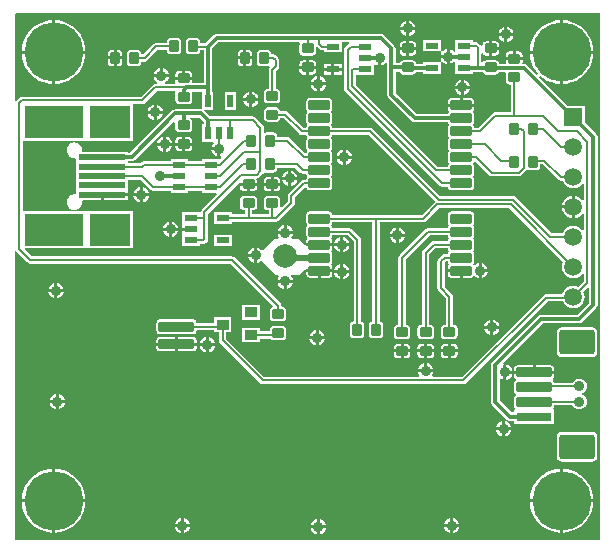
<source format=gtl>
%FSLAX43Y43*%
%MOMM*%
G71*
G01*
G75*
G04 Layer_Physical_Order=1*
G04 Layer_Color=255*
G04:AMPARAMS|DCode=10|XSize=1mm|YSize=0.8mm|CornerRadius=0.12mm|HoleSize=0mm|Usage=FLASHONLY|Rotation=270.000|XOffset=0mm|YOffset=0mm|HoleType=Round|Shape=RoundedRectangle|*
%AMROUNDEDRECTD10*
21,1,1.000,0.560,0,0,270.0*
21,1,0.760,0.800,0,0,270.0*
1,1,0.240,-0.280,-0.380*
1,1,0.240,-0.280,0.380*
1,1,0.240,0.280,0.380*
1,1,0.240,0.280,-0.380*
%
%ADD10ROUNDEDRECTD10*%
G04:AMPARAMS|DCode=11|XSize=1mm|YSize=0.8mm|CornerRadius=0.12mm|HoleSize=0mm|Usage=FLASHONLY|Rotation=0.000|XOffset=0mm|YOffset=0mm|HoleType=Round|Shape=RoundedRectangle|*
%AMROUNDEDRECTD11*
21,1,1.000,0.560,0,0,0.0*
21,1,0.760,0.800,0,0,0.0*
1,1,0.240,0.380,-0.280*
1,1,0.240,-0.380,-0.280*
1,1,0.240,-0.380,0.280*
1,1,0.240,0.380,0.280*
%
%ADD11ROUNDEDRECTD11*%
%ADD12R,1.100X0.550*%
%ADD13R,0.550X1.100*%
G04:AMPARAMS|DCode=14|XSize=0.8mm|YSize=3mm|CornerRadius=0.08mm|HoleSize=0mm|Usage=FLASHONLY|Rotation=270.000|XOffset=0mm|YOffset=0mm|HoleType=Round|Shape=RoundedRectangle|*
%AMROUNDEDRECTD14*
21,1,0.800,2.840,0,0,270.0*
21,1,0.640,3.000,0,0,270.0*
1,1,0.160,-1.420,-0.320*
1,1,0.160,-1.420,0.320*
1,1,0.160,1.420,0.320*
1,1,0.160,1.420,-0.320*
%
%ADD14ROUNDEDRECTD14*%
%ADD15R,1.100X0.850*%
G04:AMPARAMS|DCode=16|XSize=2.1mm|YSize=3mm|CornerRadius=0.21mm|HoleSize=0mm|Usage=FLASHONLY|Rotation=270.000|XOffset=0mm|YOffset=0mm|HoleType=Round|Shape=RoundedRectangle|*
%AMROUNDEDRECTD16*
21,1,2.100,2.580,0,0,270.0*
21,1,1.680,3.000,0,0,270.0*
1,1,0.420,-1.290,-0.840*
1,1,0.420,-1.290,0.840*
1,1,0.420,1.290,0.840*
1,1,0.420,1.290,-0.840*
%
%ADD16ROUNDEDRECTD16*%
%ADD17R,3.000X0.800*%
G04:AMPARAMS|DCode=18|XSize=1.8mm|YSize=0.8mm|CornerRadius=0.08mm|HoleSize=0mm|Usage=FLASHONLY|Rotation=180.000|XOffset=0mm|YOffset=0mm|HoleType=Round|Shape=RoundedRectangle|*
%AMROUNDEDRECTD18*
21,1,1.800,0.640,0,0,180.0*
21,1,1.640,0.800,0,0,180.0*
1,1,0.160,-0.820,0.320*
1,1,0.160,0.820,0.320*
1,1,0.160,0.820,-0.320*
1,1,0.160,-0.820,-0.320*
%
%ADD18ROUNDEDRECTD18*%
%ADD19R,4.000X0.500*%
%ADD20R,3.500X2.700*%
%ADD21R,5.000X2.700*%
%ADD22C,0.300*%
%ADD23C,0.200*%
%ADD24C,0.500*%
%ADD25C,5.000*%
%ADD26C,1.500*%
%ADD27C,1.500*%
%ADD28R,1.500X1.500*%
%ADD29C,2.000*%
%ADD30C,0.900*%
G36*
X128517Y142222D02*
X128434Y142166D01*
X128184Y141916D01*
X128117Y141817D01*
X128094Y141700D01*
X128094Y141700D01*
Y138400D01*
X128094Y138400D01*
X128117Y138283D01*
X128184Y138184D01*
X136184Y130184D01*
X136283Y130117D01*
X136400Y130094D01*
X136400Y130094D01*
X136895D01*
Y130080D01*
X136916Y129971D01*
X136978Y129878D01*
X137071Y129816D01*
X137180Y129795D01*
X138820D01*
X138929Y129816D01*
X139022Y129878D01*
X139084Y129971D01*
X139105Y130080D01*
Y130720D01*
X139084Y130829D01*
X139022Y130922D01*
Y130978D01*
X139084Y131071D01*
X139105Y131180D01*
Y131820D01*
X139084Y131929D01*
X139022Y132022D01*
Y132078D01*
X139084Y132171D01*
X139093Y132216D01*
X139214Y132253D01*
X140384Y131084D01*
X140384D01*
X140384Y131084D01*
X140384D01*
X140384Y131084D01*
Y131084D01*
X140384Y131084D01*
Y131084D01*
X140483Y131017D01*
X140600Y130994D01*
X142900D01*
X142900Y130994D01*
X143017Y131017D01*
X143116Y131084D01*
X143516Y131484D01*
X143516Y131484D01*
X143538Y131516D01*
X143662Y131541D01*
X143695Y131519D01*
X143820Y131494D01*
X144380D01*
X144505Y131519D01*
X144611Y131589D01*
X144681Y131695D01*
X144706Y131820D01*
Y131994D01*
X144913D01*
X146204Y130704D01*
X146204Y130704D01*
X146204Y130704D01*
X146204Y130704D01*
Y130704D01*
X146303Y130637D01*
X146420Y130614D01*
X146598D01*
X146670Y130441D01*
X146822Y130242D01*
X147021Y130090D01*
X147252Y129994D01*
X147500Y129962D01*
X147748Y129994D01*
X147979Y130090D01*
X148178Y130242D01*
X148274Y130368D01*
X148394Y130327D01*
Y128973D01*
X148274Y128932D01*
X148178Y129058D01*
X147979Y129210D01*
X147748Y129306D01*
X147627Y129321D01*
Y128380D01*
Y127439D01*
X147748Y127454D01*
X147979Y127550D01*
X148178Y127702D01*
X148274Y127828D01*
X148394Y127787D01*
Y126433D01*
X148274Y126392D01*
X148178Y126518D01*
X147979Y126670D01*
X147748Y126766D01*
X147500Y126798D01*
X147252Y126766D01*
X147021Y126670D01*
X146822Y126518D01*
X146670Y126319D01*
X146598Y126146D01*
X145687D01*
X142616Y129216D01*
X142517Y129283D01*
X142400Y129306D01*
X142400Y129306D01*
X136227D01*
X134757Y130775D01*
X134757Y130775D01*
X134757D01*
Y130775D01*
Y130775D01*
X134757D01*
X134757Y130775D01*
X130516Y135016D01*
X130417Y135083D01*
X130300Y135106D01*
X130300Y135106D01*
X127105D01*
Y135120D01*
X127084Y135229D01*
X127022Y135322D01*
Y135378D01*
X127084Y135471D01*
X127105Y135580D01*
Y136220D01*
X127084Y136329D01*
X127022Y136422D01*
Y136478D01*
X127084Y136571D01*
X127105Y136680D01*
Y137320D01*
X127084Y137429D01*
X127022Y137522D01*
X126929Y137584D01*
X126820Y137605D01*
X125180D01*
X125071Y137584D01*
X124978Y137522D01*
X124916Y137429D01*
X124895Y137320D01*
Y136680D01*
X124916Y136571D01*
X124978Y136478D01*
Y136422D01*
X124916Y136329D01*
X124895Y136220D01*
Y135580D01*
X124916Y135471D01*
X124978Y135378D01*
Y135322D01*
X124916Y135229D01*
X124895Y135120D01*
Y135106D01*
X124627D01*
X123316Y136416D01*
X123217Y136483D01*
X123100Y136506D01*
X123100Y136506D01*
X122701D01*
X122681Y136605D01*
X122611Y136711D01*
X122505Y136781D01*
X122380Y136806D01*
X121620D01*
X121495Y136781D01*
X121389Y136711D01*
X121319Y136605D01*
X121294Y136480D01*
Y135920D01*
X121319Y135795D01*
X121389Y135689D01*
X121495Y135619D01*
X121620Y135594D01*
X122380D01*
X122505Y135619D01*
X122611Y135689D01*
X122681Y135795D01*
X122701Y135894D01*
X122973D01*
X124284Y134584D01*
X124284Y134584D01*
X124383Y134517D01*
Y134517D01*
X124383Y134517D01*
X124383D01*
Y134517D01*
X124383Y134517D01*
X124383Y134517D01*
X124500Y134494D01*
X124500Y134494D01*
X124895D01*
Y134480D01*
X124916Y134371D01*
X124978Y134278D01*
Y134222D01*
X124916Y134129D01*
X124895Y134020D01*
Y133380D01*
X124916Y133271D01*
X124978Y133178D01*
Y133122D01*
X124916Y133029D01*
X124907Y132984D01*
X124786Y132947D01*
X123516Y134216D01*
X123417Y134283D01*
X123300Y134306D01*
X123300Y134306D01*
X122406D01*
Y134380D01*
X122381Y134505D01*
X122311Y134611D01*
X122205Y134681D01*
X122080Y134706D01*
X121520D01*
X121404Y134683D01*
X121306Y134764D01*
Y135100D01*
X121306Y135100D01*
X121283Y135217D01*
X121283D01*
X121283Y135217D01*
X121283Y135217D01*
Y135217D01*
X121283D01*
X121216Y135316D01*
X121216Y135316D01*
X120566Y135966D01*
X120467Y136033D01*
X120350Y136056D01*
X120350Y136056D01*
X116749D01*
X116252Y136552D01*
X116267Y136600D01*
X117025D01*
Y138100D01*
X116907D01*
Y138400D01*
X116901Y138427D01*
X116906Y138450D01*
X116901Y138473D01*
X116907Y138500D01*
Y141802D01*
X117448Y142343D01*
X124276D01*
X124336Y142231D01*
X124319Y142205D01*
X124294Y142080D01*
Y141520D01*
X124319Y141395D01*
X124389Y141289D01*
X124495Y141219D01*
X124620Y141194D01*
X125380D01*
X125505Y141219D01*
X125611Y141289D01*
X125681Y141395D01*
X125706Y141520D01*
Y141895D01*
X125824Y141944D01*
X126034Y141734D01*
X126133Y141667D01*
X126250Y141644D01*
X126250Y141644D01*
X126400D01*
Y141475D01*
X127900D01*
Y142343D01*
X128480D01*
X128517Y142222D01*
D02*
G37*
G36*
X116193Y135602D02*
Y135400D01*
X116075D01*
Y133900D01*
X117017D01*
X117057Y133780D01*
X117036Y133764D01*
X116932Y133628D01*
X116867Y133470D01*
X116861Y133427D01*
X117500D01*
Y133300D01*
X117627D01*
Y132661D01*
X117663Y132666D01*
X117706Y132580D01*
X117718Y132550D01*
X117592Y132425D01*
X116100D01*
Y132256D01*
X114900D01*
Y132425D01*
X113400D01*
Y132256D01*
X111150D01*
X111033Y132233D01*
X110993Y132206D01*
X110934Y132166D01*
X110934Y132166D01*
X110873Y132106D01*
X109800D01*
Y132150D01*
Y132243D01*
X110100D01*
X110237Y132270D01*
X110352Y132348D01*
X110352Y132348D01*
X110352Y132348D01*
X113677Y135573D01*
X113794Y135523D01*
Y135020D01*
X113819Y134895D01*
X113889Y134789D01*
X113995Y134719D01*
X114120Y134694D01*
X114880D01*
X115005Y134719D01*
X115111Y134789D01*
X115181Y134895D01*
X115206Y135020D01*
Y135580D01*
X115181Y135705D01*
X115111Y135811D01*
X115005Y135881D01*
X114880Y135906D01*
X114917Y135943D01*
X115852D01*
X116193Y135602D01*
D02*
G37*
G36*
X149800Y100200D02*
X149800Y100200D01*
X100200D01*
X100200Y124640D01*
X100322Y124677D01*
X100384Y124584D01*
X101284Y123684D01*
X101284Y123684D01*
X101383Y123617D01*
Y123617D01*
X101383Y123617D01*
X101383D01*
Y123617D01*
X101383Y123617D01*
X101383Y123617D01*
X101500Y123594D01*
X101500Y123594D01*
X118473D01*
X122059Y120008D01*
X122022Y119887D01*
X121995Y119881D01*
X121889Y119811D01*
X121819Y119705D01*
X121794Y119580D01*
Y119020D01*
X121819Y118895D01*
X121889Y118789D01*
X121995Y118719D01*
X122120Y118694D01*
X122880D01*
X123005Y118719D01*
X123111Y118789D01*
X123181Y118895D01*
X123206Y119020D01*
Y119580D01*
X123181Y119705D01*
X123111Y119811D01*
X123005Y119881D01*
X122880Y119906D01*
X122806D01*
Y120000D01*
X122783Y120117D01*
X122716Y120216D01*
X118816Y124116D01*
X118717Y124183D01*
X118600Y124206D01*
X118600Y124206D01*
X101627D01*
X101050Y124783D01*
X101099Y124900D01*
X106200D01*
Y124900D01*
X106200D01*
X106200Y124900D01*
X106300D01*
Y124900D01*
X110200D01*
Y128000D01*
X106300D01*
X106300Y128000D01*
X106200D01*
Y128000D01*
X100906D01*
Y134000D01*
X106200D01*
Y134000D01*
X106200D01*
X106200Y134000D01*
X106300D01*
Y134000D01*
X110200D01*
Y137094D01*
X111000D01*
X111000Y137094D01*
X111117Y137117D01*
X111216Y137184D01*
X112227Y138194D01*
X113736D01*
X113817Y138096D01*
X113794Y137980D01*
Y137420D01*
X113819Y137295D01*
X113889Y137189D01*
X113995Y137119D01*
X114120Y137094D01*
X114880D01*
X115005Y137119D01*
X115111Y137189D01*
X115181Y137295D01*
X115206Y137420D01*
Y137980D01*
X115181Y138105D01*
X115202Y138143D01*
X116075D01*
Y138100D01*
X116075D01*
Y136718D01*
X116000Y136657D01*
X113800D01*
X113663Y136630D01*
X113548Y136552D01*
X109952Y132957D01*
X109800D01*
Y133050D01*
X105982D01*
X105898Y133145D01*
X105906Y133200D01*
X105883Y133370D01*
X105818Y133528D01*
X105714Y133664D01*
X105578Y133768D01*
X105420Y133833D01*
X105250Y133856D01*
X105080Y133833D01*
X104922Y133768D01*
X104786Y133664D01*
X104682Y133528D01*
X104617Y133370D01*
X104594Y133200D01*
X104617Y133030D01*
X104682Y132872D01*
X104786Y132736D01*
X104922Y132632D01*
X105080Y132567D01*
X105250Y132544D01*
X105305Y132552D01*
X105400Y132468D01*
Y132150D01*
Y131350D01*
Y130550D01*
Y129750D01*
Y129532D01*
X105305Y129448D01*
X105250Y129456D01*
X105080Y129433D01*
X104922Y129368D01*
X104786Y129264D01*
X104682Y129128D01*
X104617Y128970D01*
X104594Y128800D01*
X104617Y128630D01*
X104682Y128472D01*
X104786Y128336D01*
X104922Y128232D01*
X105080Y128167D01*
X105250Y128144D01*
X105420Y128167D01*
X105578Y128232D01*
X105714Y128336D01*
X105818Y128472D01*
X105883Y128630D01*
X105906Y128800D01*
X105898Y128855D01*
X105982Y128950D01*
X107473D01*
Y129400D01*
X107600D01*
Y129527D01*
X109800D01*
Y129750D01*
Y130550D01*
Y130694D01*
X110873D01*
X111734Y129834D01*
X111734Y129834D01*
X111793Y129794D01*
X111833Y129767D01*
X111950Y129744D01*
X113400D01*
Y129575D01*
X114900D01*
Y129744D01*
X116100D01*
Y129575D01*
X117276D01*
X117325Y129458D01*
X116034Y128166D01*
X115967Y128067D01*
X115944Y127950D01*
Y127925D01*
X115900D01*
Y127925D01*
X114400D01*
Y127065D01*
X114400Y127065D01*
X114400D01*
X114400Y126975D01*
X114400Y126975D01*
X114400D01*
Y126627D01*
X115150D01*
Y126373D01*
X114400D01*
Y126115D01*
X114400Y126115D01*
X114400D01*
X114400Y126025D01*
X114400Y126025D01*
Y126025D01*
X114400D01*
Y125075D01*
X114400Y125075D01*
Y125075D01*
Y125075D01*
X114400D01*
X114400Y125075D01*
X114400Y125075D01*
X115900D01*
Y125244D01*
X116150D01*
X116150Y125244D01*
X116267Y125267D01*
X116366Y125334D01*
X116466Y125434D01*
X116533Y125533D01*
X116556Y125650D01*
X116556Y125650D01*
Y127823D01*
X119176Y130444D01*
X119294Y130395D01*
Y130427D01*
X120706D01*
Y130580D01*
X120681Y130705D01*
X120665Y130729D01*
X120700Y130794D01*
X120700D01*
Y130794D01*
X120817Y130817D01*
X120916Y130884D01*
X121216Y131184D01*
X121216Y131184D01*
X121283Y131283D01*
X121385Y131325D01*
X121395Y131319D01*
X121520Y131294D01*
X122080D01*
X122205Y131319D01*
X122311Y131389D01*
X122381Y131495D01*
X122406Y131620D01*
Y131694D01*
X123973D01*
X124384Y131284D01*
X124384Y131284D01*
X124443Y131244D01*
X124483Y131217D01*
X124600Y131194D01*
X124895D01*
Y131180D01*
X124916Y131071D01*
X124978Y130978D01*
Y130922D01*
X124916Y130829D01*
X124895Y130720D01*
Y130706D01*
X124700D01*
X124700Y130706D01*
X124583Y130683D01*
X124484Y130616D01*
X124484Y130616D01*
X123409Y129542D01*
X123343Y129442D01*
X123319Y129325D01*
X123319Y129325D01*
Y128852D01*
X122816Y128349D01*
X122704Y128408D01*
X122706Y128420D01*
Y128980D01*
X122681Y129105D01*
X122611Y129211D01*
X122505Y129281D01*
X122380Y129306D01*
X121620D01*
X121495Y129281D01*
X121389Y129211D01*
X121319Y129105D01*
X121294Y128980D01*
Y128420D01*
X121319Y128295D01*
X121389Y128189D01*
X121495Y128119D01*
X121620Y128094D01*
X121694D01*
Y127756D01*
X120306D01*
Y128094D01*
X120380D01*
X120505Y128119D01*
X120611Y128189D01*
X120681Y128295D01*
X120706Y128420D01*
Y128980D01*
X120681Y129105D01*
X120611Y129211D01*
X120505Y129281D01*
X120380Y129306D01*
X119620D01*
X119495Y129281D01*
X119389Y129211D01*
X119319Y129105D01*
X119294Y128980D01*
Y128420D01*
X119319Y128295D01*
X119389Y128189D01*
X119495Y128119D01*
X119620Y128094D01*
X119694D01*
Y127756D01*
X118600D01*
Y127925D01*
X117100D01*
Y126975D01*
X118600D01*
Y127144D01*
X122350D01*
X122350Y127144D01*
X122467Y127167D01*
X122566Y127234D01*
X123841Y128509D01*
X123908Y128608D01*
X123931Y128725D01*
Y129199D01*
X124786Y130053D01*
X124907Y130016D01*
X124916Y129971D01*
X124978Y129878D01*
X125071Y129816D01*
X125180Y129795D01*
X126820D01*
X126929Y129816D01*
X127022Y129878D01*
X127084Y129971D01*
X127105Y130080D01*
Y130720D01*
X127084Y130829D01*
X127022Y130922D01*
Y130978D01*
X127084Y131071D01*
X127105Y131180D01*
Y131820D01*
X127084Y131929D01*
X127022Y132022D01*
Y132078D01*
X127084Y132171D01*
X127105Y132280D01*
Y132920D01*
X127084Y133029D01*
X127022Y133122D01*
Y133178D01*
X127084Y133271D01*
X127105Y133380D01*
Y134020D01*
X127084Y134129D01*
X127022Y134222D01*
Y134278D01*
X127084Y134371D01*
X127105Y134480D01*
Y134494D01*
X130173D01*
X134325Y130343D01*
X134325Y130343D01*
X135754Y128913D01*
Y128786D01*
X134673Y127706D01*
X127105D01*
Y127720D01*
X127084Y127829D01*
X127022Y127922D01*
X126929Y127984D01*
X126820Y128005D01*
X125180D01*
X125071Y127984D01*
X124978Y127922D01*
X124916Y127829D01*
X124895Y127720D01*
Y127080D01*
X124916Y126971D01*
X124978Y126878D01*
Y126822D01*
X124916Y126729D01*
X124895Y126620D01*
Y125980D01*
X124916Y125871D01*
X124978Y125778D01*
Y125722D01*
X124916Y125629D01*
X124895Y125520D01*
Y125327D01*
X127105D01*
Y125520D01*
X127084Y125629D01*
X127022Y125722D01*
Y125778D01*
X127084Y125871D01*
X127105Y125980D01*
Y125994D01*
X128373D01*
X128894Y125473D01*
Y118701D01*
X128795Y118681D01*
X128689Y118611D01*
X128619Y118505D01*
X128594Y118380D01*
Y117620D01*
X128619Y117495D01*
X128689Y117389D01*
X128795Y117319D01*
X128920Y117294D01*
X129480D01*
X129605Y117319D01*
X129711Y117389D01*
X129781Y117495D01*
X129806Y117620D01*
Y118380D01*
X129781Y118505D01*
X129711Y118611D01*
X129605Y118681D01*
X129506Y118701D01*
Y125600D01*
X129483Y125717D01*
X129416Y125816D01*
X129416Y125816D01*
X129416D01*
X129416Y125816D01*
Y125816D01*
X128716Y126516D01*
X128617Y126583D01*
X128500Y126606D01*
X128500Y126606D01*
X127105D01*
Y126620D01*
X127084Y126729D01*
X127022Y126822D01*
Y126878D01*
X127084Y126971D01*
X127105Y127080D01*
Y127094D01*
X130494D01*
Y118701D01*
X130395Y118681D01*
X130289Y118611D01*
X130219Y118505D01*
X130194Y118380D01*
Y117620D01*
X130219Y117495D01*
X130289Y117389D01*
X130395Y117319D01*
X130520Y117294D01*
X131080D01*
X131205Y117319D01*
X131311Y117389D01*
X131381Y117495D01*
X131406Y117620D01*
Y118380D01*
X131381Y118505D01*
X131311Y118611D01*
X131205Y118681D01*
X131106Y118701D01*
Y127094D01*
X134800D01*
X134800Y127094D01*
X134917Y127117D01*
X135016Y127184D01*
X136127Y128294D01*
X142073D01*
X146646Y123721D01*
X146574Y123548D01*
X146542Y123300D01*
X146574Y123052D01*
X146670Y122821D01*
X146822Y122622D01*
X147021Y122470D01*
X147252Y122374D01*
X147500Y122342D01*
X147748Y122374D01*
X147979Y122470D01*
X148178Y122622D01*
X148274Y122748D01*
X148394Y122707D01*
Y122087D01*
X147921Y121614D01*
X147748Y121686D01*
X147500Y121718D01*
X147252Y121686D01*
X147021Y121590D01*
X146822Y121438D01*
X146670Y121239D01*
X146574Y121008D01*
X146574Y121006D01*
X145200D01*
X145083Y120983D01*
X144984Y120916D01*
X144984Y120916D01*
X138073Y114006D01*
X135584D01*
X135528Y114120D01*
X135568Y114172D01*
X135633Y114330D01*
X135639Y114373D01*
X134361D01*
X134367Y114330D01*
X134432Y114172D01*
X134472Y114120D01*
X134416Y114006D01*
X121327D01*
X118106Y117227D01*
Y117775D01*
X118550D01*
Y119025D01*
X117050D01*
Y118556D01*
X115605D01*
Y118570D01*
X115584Y118679D01*
X115522Y118772D01*
X115429Y118834D01*
X115320Y118855D01*
X112480D01*
X112371Y118834D01*
X112278Y118772D01*
X112216Y118679D01*
X112195Y118570D01*
Y117930D01*
X112216Y117821D01*
X112278Y117728D01*
X112371Y117666D01*
X112480Y117645D01*
X115320D01*
X115429Y117666D01*
X115522Y117728D01*
X115584Y117821D01*
X115605Y117930D01*
Y117944D01*
X117050D01*
Y117775D01*
X117494D01*
Y117100D01*
X117494Y117100D01*
X117517Y116983D01*
X117584Y116884D01*
X120984Y113484D01*
X120984Y113484D01*
X121083Y113417D01*
Y113417D01*
X121083Y113417D01*
X121083D01*
Y113417D01*
X121083Y113417D01*
X121083Y113417D01*
X121200Y113394D01*
X121200Y113394D01*
X138200D01*
X138200Y113394D01*
X138317Y113417D01*
X138416Y113484D01*
X145327Y120394D01*
X146623D01*
X146670Y120281D01*
X146822Y120082D01*
X147021Y119930D01*
X147252Y119834D01*
X147500Y119802D01*
X147748Y119834D01*
X147979Y119930D01*
X148178Y120082D01*
X148330Y120281D01*
X148426Y120512D01*
X148458Y120760D01*
X148426Y121008D01*
X148354Y121181D01*
X148726Y121553D01*
X148843Y121505D01*
Y120248D01*
X147852Y119257D01*
X144800D01*
X144663Y119230D01*
X144548Y119152D01*
X140648Y115252D01*
X140570Y115137D01*
X140543Y115000D01*
Y111900D01*
X140543Y111900D01*
X140543D01*
X140570Y111763D01*
X140648Y111648D01*
X141923Y110373D01*
X142038Y110295D01*
X142175Y110268D01*
X142500D01*
Y110025D01*
X145900D01*
Y111225D01*
X145849D01*
X145812Y111347D01*
X145822Y111353D01*
X145884Y111446D01*
X145905Y111555D01*
Y111594D01*
X147423D01*
X147432Y111572D01*
X147536Y111436D01*
X147672Y111332D01*
X147830Y111267D01*
X148000Y111244D01*
X148170Y111267D01*
X148328Y111332D01*
X148464Y111436D01*
X148568Y111572D01*
X148633Y111730D01*
X148656Y111900D01*
X148633Y112070D01*
X148568Y112228D01*
X148464Y112364D01*
X148328Y112468D01*
X148170Y112533D01*
X148328Y112632D01*
X148328D01*
X148464Y112736D01*
X148568Y112872D01*
X148633Y113030D01*
X148656Y113200D01*
X148633Y113370D01*
X148568Y113528D01*
X148464Y113664D01*
X148328Y113768D01*
X148170Y113833D01*
X148000Y113856D01*
X147830Y113833D01*
X147672Y113768D01*
X147536Y113664D01*
X147432Y113528D01*
X147423Y113506D01*
X145893D01*
X145884Y113554D01*
X145822Y113647D01*
X145763Y113687D01*
Y113813D01*
X145822Y113853D01*
X145884Y113946D01*
X145905Y114055D01*
Y114248D01*
X142495D01*
Y114055D01*
X142516Y113946D01*
X142578Y113853D01*
X142637Y113813D01*
Y113687D01*
X142578Y113647D01*
X142516Y113554D01*
X142495Y113445D01*
Y112805D01*
X142516Y112696D01*
X142578Y112603D01*
X142637Y112563D01*
Y112437D01*
X142578Y112397D01*
X142516Y112304D01*
X142495Y112195D01*
Y111555D01*
X142516Y111446D01*
X142578Y111353D01*
X142588Y111347D01*
X142551Y111225D01*
X142500D01*
Y110982D01*
X142323D01*
X141257Y112048D01*
Y113777D01*
X141371Y113833D01*
X141372Y113832D01*
X141530Y113767D01*
X141573Y113761D01*
Y114400D01*
Y115039D01*
X141620Y115045D01*
X141564Y115159D01*
X144948Y118543D01*
X148000D01*
X148137Y118570D01*
X148252Y118648D01*
X149452Y119848D01*
X149530Y119963D01*
X149557Y120100D01*
Y134300D01*
X149530Y134437D01*
X149452Y134552D01*
X148450Y135555D01*
Y136950D01*
X147055D01*
X144597Y139408D01*
X144683Y139501D01*
X144908Y139309D01*
X145270Y139087D01*
X145663Y138924D01*
X146076Y138825D01*
X146373Y138802D01*
Y141373D01*
X143802D01*
X143825Y141076D01*
X143924Y140663D01*
X144087Y140270D01*
X144309Y139908D01*
X144501Y139683D01*
X144408Y139597D01*
X143602Y140402D01*
X143487Y140480D01*
X143350Y140507D01*
X143274D01*
X143193Y140605D01*
X143206Y140670D01*
Y140823D01*
X141794D01*
Y140670D01*
X141807Y140605D01*
X141726Y140507D01*
X141201D01*
X141181Y140605D01*
X141111Y140711D01*
X141005Y140781D01*
X140880Y140806D01*
X140120D01*
X139995Y140781D01*
X139889Y140711D01*
X139827Y140618D01*
X139706Y140655D01*
Y141345D01*
X139827Y141382D01*
X139889Y141289D01*
X139995Y141219D01*
X140120Y141194D01*
X140373D01*
Y141800D01*
Y142406D01*
X140120D01*
X139995Y142381D01*
X139889Y142311D01*
X139819Y142205D01*
X139794Y142080D01*
Y142069D01*
X139672Y142033D01*
X139656Y142057D01*
X139616Y142116D01*
X139616Y142116D01*
X139466Y142266D01*
X139367Y142333D01*
X139250Y142356D01*
X139250Y142356D01*
X139000D01*
Y142525D01*
X137500D01*
Y141665D01*
X137500Y141665D01*
X137500D01*
X137500Y141583D01*
X137380Y141543D01*
X137364Y141564D01*
X137228Y141668D01*
X137070Y141733D01*
X137027Y141739D01*
Y141100D01*
Y140461D01*
X137070Y140467D01*
X137228Y140532D01*
X137364Y140636D01*
X137380Y140657D01*
X137500Y140617D01*
Y139675D01*
X137500Y139675D01*
Y139675D01*
Y139675D01*
X137500D01*
X137500Y139675D01*
X137500Y139675D01*
X139000D01*
Y139793D01*
X139820D01*
X139889Y139689D01*
X139995Y139619D01*
X140120Y139594D01*
X140880D01*
X141005Y139619D01*
X141111Y139689D01*
X141180Y139793D01*
X141726D01*
X141807Y139695D01*
X141794Y139630D01*
Y139070D01*
X141819Y138945D01*
X141889Y138839D01*
X141995Y138769D01*
X142120Y138744D01*
X142194D01*
Y136406D01*
X140900D01*
X140783Y136383D01*
X140684Y136316D01*
X139473Y135106D01*
X139105D01*
Y135120D01*
X139084Y135229D01*
X139022Y135322D01*
Y135378D01*
X139084Y135471D01*
X139105Y135580D01*
Y136220D01*
X139084Y136329D01*
X139022Y136422D01*
Y136478D01*
X139084Y136571D01*
X139105Y136680D01*
Y136873D01*
X136895D01*
Y136680D01*
X136916Y136571D01*
X136978Y136478D01*
Y136422D01*
X136916Y136329D01*
X136902Y136257D01*
X134248D01*
X132457Y138048D01*
Y139843D01*
X132809D01*
X132819Y139795D01*
X132889Y139689D01*
X132995Y139619D01*
X133120Y139594D01*
X133880D01*
X134005Y139619D01*
X134111Y139689D01*
X134180Y139793D01*
X134800D01*
Y139675D01*
X136300D01*
Y140617D01*
X136420Y140657D01*
X136436Y140636D01*
X136572Y140532D01*
X136730Y140467D01*
X136773Y140461D01*
Y140973D01*
X136261D01*
X136267Y140930D01*
X136332Y140772D01*
X136337Y140766D01*
X136320Y140640D01*
X136300Y140625D01*
X136300Y140625D01*
X134800D01*
Y140507D01*
X134201D01*
X134181Y140605D01*
X134111Y140711D01*
X134005Y140781D01*
X133880Y140806D01*
X133120D01*
X132995Y140781D01*
X132889Y140711D01*
X132819Y140605D01*
X132809Y140557D01*
X132457D01*
Y141800D01*
X132430Y141937D01*
X132352Y142052D01*
X132352Y142052D01*
X132352Y142052D01*
X132352D01*
X131452Y142952D01*
X131337Y143030D01*
X131200Y143057D01*
X117300D01*
X117163Y143030D01*
X117048Y142952D01*
X116351Y142256D01*
X115906D01*
Y142380D01*
X115881Y142505D01*
X115811Y142611D01*
X115705Y142681D01*
X115580Y142706D01*
X115020D01*
X114895Y142681D01*
X114789Y142611D01*
X114719Y142505D01*
X114694Y142380D01*
Y141620D01*
X114719Y141495D01*
X114789Y141389D01*
X114895Y141319D01*
X115020Y141294D01*
X115580D01*
X115705Y141319D01*
X115811Y141389D01*
X115881Y141495D01*
X115906Y141620D01*
Y141644D01*
X116193D01*
Y138857D01*
X115274D01*
X115193Y138955D01*
X115206Y139020D01*
Y139173D01*
X113794D01*
Y139020D01*
X113817Y138904D01*
X113736Y138806D01*
X112948D01*
X112923Y138930D01*
X112928Y138932D01*
X113064Y139036D01*
X113168Y139172D01*
X113233Y139330D01*
X113239Y139373D01*
X111961D01*
X111967Y139330D01*
X112032Y139172D01*
X112136Y139036D01*
X112272Y138932D01*
X112277Y138930D01*
X112252Y138806D01*
X112100D01*
X112100Y138806D01*
X111983Y138783D01*
X111884Y138716D01*
X110873Y137706D01*
X100800D01*
X100800Y137706D01*
X100683Y137683D01*
X100584Y137616D01*
X100584Y137616D01*
X100384Y137416D01*
X100322Y137323D01*
X100200Y137360D01*
Y144710D01*
X100290Y144800D01*
X149800D01*
Y100200D01*
D02*
G37*
G36*
X131227Y140361D02*
X131270Y140367D01*
X131428Y140432D01*
X131564Y140536D01*
X131623Y140614D01*
X131743Y140573D01*
Y137900D01*
X131743Y137900D01*
X131743D01*
X131770Y137763D01*
X131848Y137648D01*
X133848Y135648D01*
X133963Y135570D01*
X134100Y135543D01*
X136902D01*
X136916Y135471D01*
X136978Y135378D01*
Y135322D01*
X136916Y135229D01*
X136895Y135120D01*
Y134480D01*
X136916Y134371D01*
X136978Y134278D01*
Y134222D01*
X136916Y134129D01*
X136895Y134020D01*
Y133380D01*
X136916Y133271D01*
X136978Y133178D01*
Y133122D01*
X136916Y133029D01*
X136895Y132920D01*
Y132280D01*
X136916Y132171D01*
X136978Y132078D01*
Y132022D01*
X136916Y131929D01*
X136895Y131820D01*
Y131806D01*
X136027D01*
X129106Y138727D01*
Y139575D01*
X130600D01*
Y140421D01*
X130714Y140477D01*
X130772Y140432D01*
X130930Y140367D01*
X130973Y140361D01*
Y141000D01*
X131227D01*
Y140361D01*
D02*
G37*
%LPC*%
G36*
X120950Y120075D02*
X119450D01*
Y118825D01*
X120950D01*
Y120075D01*
D02*
G37*
G36*
X140473Y118839D02*
X140430Y118833D01*
X140272Y118768D01*
X140136Y118664D01*
X140032Y118528D01*
X139967Y118370D01*
X139961Y118327D01*
X140473D01*
Y118839D01*
D02*
G37*
G36*
X140727D02*
Y118327D01*
X141239D01*
X141233Y118370D01*
X141168Y118528D01*
X141064Y118664D01*
X140928Y118768D01*
X140770Y118833D01*
X140727Y118839D01*
D02*
G37*
G36*
X103827Y121939D02*
Y121427D01*
X104339D01*
X104333Y121470D01*
X104268Y121628D01*
X104164Y121764D01*
X104028Y121868D01*
X103870Y121933D01*
X103827Y121939D01*
D02*
G37*
G36*
X122973Y121973D02*
X122461D01*
X122467Y121930D01*
X122532Y121772D01*
X122636Y121636D01*
X122772Y121532D01*
X122930Y121467D01*
X122973Y121461D01*
Y121973D01*
D02*
G37*
G36*
X123739D02*
X123227D01*
Y121461D01*
X123270Y121467D01*
X123428Y121532D01*
X123564Y121636D01*
X123668Y121772D01*
X123733Y121930D01*
X123739Y121973D01*
D02*
G37*
G36*
X103573Y121173D02*
X103061D01*
X103067Y121130D01*
X103132Y120972D01*
X103236Y120836D01*
X103372Y120732D01*
X103530Y120667D01*
X103573Y120661D01*
Y121173D01*
D02*
G37*
G36*
X104339D02*
X103827D01*
Y120661D01*
X103870Y120667D01*
X104028Y120732D01*
X104164Y120836D01*
X104268Y120972D01*
X104333Y121130D01*
X104339Y121173D01*
D02*
G37*
G36*
X103573Y121939D02*
X103530Y121933D01*
X103372Y121868D01*
X103236Y121764D01*
X103132Y121628D01*
X103067Y121470D01*
X103061Y121427D01*
X103573D01*
Y121939D01*
D02*
G37*
G36*
X122880Y118306D02*
X122120D01*
X121995Y118281D01*
X121889Y118211D01*
X121819Y118105D01*
X121794Y117980D01*
Y117856D01*
X120950D01*
Y118175D01*
X119450D01*
Y116925D01*
X120950D01*
Y117244D01*
X121853D01*
X121889Y117189D01*
X121995Y117119D01*
X122120Y117094D01*
X122880D01*
X123005Y117119D01*
X123111Y117189D01*
X123181Y117295D01*
X123206Y117420D01*
Y117980D01*
X123181Y118105D01*
X123111Y118211D01*
X123005Y118281D01*
X122880Y118306D01*
D02*
G37*
G36*
X125673Y117173D02*
X125161D01*
X125167Y117130D01*
X125232Y116972D01*
X125336Y116836D01*
X125472Y116732D01*
X125630Y116667D01*
X125673Y116661D01*
Y117173D01*
D02*
G37*
G36*
X126439D02*
X125927D01*
Y116661D01*
X125970Y116667D01*
X126128Y116732D01*
X126264Y116836D01*
X126368Y116972D01*
X126433Y117130D01*
X126439Y117173D01*
D02*
G37*
G36*
X116373Y117339D02*
X116330Y117333D01*
X116172Y117268D01*
X116036Y117164D01*
X115932Y117028D01*
X115867Y116870D01*
X115861Y116827D01*
X116373D01*
Y117339D01*
D02*
G37*
G36*
X135380Y116806D02*
X135127D01*
Y116327D01*
X135706D01*
Y116480D01*
X135681Y116605D01*
X135611Y116711D01*
X135505Y116781D01*
X135380Y116806D01*
D02*
G37*
G36*
X136873D02*
X136620D01*
X136495Y116781D01*
X136389Y116711D01*
X136319Y116605D01*
X136294Y116480D01*
Y116327D01*
X136873D01*
Y116806D01*
D02*
G37*
G36*
X137380D02*
X137127D01*
Y116327D01*
X137706D01*
Y116480D01*
X137681Y116605D01*
X137611Y116711D01*
X137505Y116781D01*
X137380Y116806D01*
D02*
G37*
G36*
X116627Y117339D02*
Y116827D01*
X117139D01*
X117133Y116870D01*
X117068Y117028D01*
X116964Y117164D01*
X116828Y117268D01*
X116670Y117333D01*
X116627Y117339D01*
D02*
G37*
G36*
X125927Y117939D02*
Y117427D01*
X126439D01*
X126433Y117470D01*
X126368Y117628D01*
X126264Y117764D01*
X126128Y117868D01*
X125970Y117933D01*
X125927Y117939D01*
D02*
G37*
G36*
X140473Y118073D02*
X139961D01*
X139967Y118030D01*
X140032Y117872D01*
X140136Y117736D01*
X140272Y117632D01*
X140430Y117567D01*
X140473Y117561D01*
Y118073D01*
D02*
G37*
G36*
X141239D02*
X140727D01*
Y117561D01*
X140770Y117567D01*
X140928Y117632D01*
X141064Y117736D01*
X141168Y117872D01*
X141233Y118030D01*
X141239Y118073D01*
D02*
G37*
G36*
X113773Y117355D02*
X112480D01*
X112371Y117334D01*
X112278Y117272D01*
X112216Y117179D01*
X112195Y117070D01*
Y116877D01*
X113773D01*
Y117355D01*
D02*
G37*
G36*
X115320D02*
X114027D01*
Y116877D01*
X115605D01*
Y117070D01*
X115584Y117179D01*
X115522Y117272D01*
X115429Y117334D01*
X115320Y117355D01*
D02*
G37*
G36*
X125673Y117939D02*
X125630Y117933D01*
X125472Y117868D01*
X125336Y117764D01*
X125232Y117628D01*
X125167Y117470D01*
X125161Y117427D01*
X125673D01*
Y117939D01*
D02*
G37*
G36*
X127773Y125839D02*
X127730Y125833D01*
X127572Y125768D01*
X127436Y125664D01*
X127332Y125528D01*
X127267Y125370D01*
X127261Y125327D01*
X127773D01*
Y125839D01*
D02*
G37*
G36*
X128027D02*
Y125327D01*
X128539D01*
X128533Y125370D01*
X128468Y125528D01*
X128364Y125664D01*
X128228Y125768D01*
X128070Y125833D01*
X128027Y125839D01*
D02*
G37*
G36*
X132473Y125873D02*
X131961D01*
X131967Y125830D01*
X132032Y125672D01*
X132136Y125536D01*
X132272Y125432D01*
X132430Y125367D01*
X132473Y125361D01*
Y125873D01*
D02*
G37*
G36*
X128539Y125073D02*
X128027D01*
Y124561D01*
X128070Y124567D01*
X128228Y124632D01*
X128364Y124736D01*
X128468Y124872D01*
X128533Y125030D01*
X128539Y125073D01*
D02*
G37*
G36*
X123739Y126073D02*
X122461D01*
X122467Y126030D01*
X122532Y125872D01*
X122577Y125814D01*
X122521Y125700D01*
X122200D01*
X121219Y124719D01*
X121092Y124727D01*
X121064Y124764D01*
X120928Y124868D01*
X120770Y124933D01*
X120727Y124939D01*
Y124300D01*
Y123661D01*
X120770Y123667D01*
X120928Y123732D01*
X121016Y123800D01*
X121100Y123800D01*
Y123800D01*
X121100Y123800D01*
X122300Y122600D01*
X122521D01*
X122577Y122486D01*
X122532Y122428D01*
X122467Y122270D01*
X122461Y122227D01*
X123739D01*
X123733Y122270D01*
X123668Y122428D01*
X123564Y122564D01*
X123576Y122600D01*
X124300D01*
X124777Y123077D01*
X124894Y123029D01*
Y123127D01*
X127105D01*
Y123320D01*
X127084Y123429D01*
X127022Y123522D01*
Y123578D01*
X127084Y123671D01*
X127105Y123780D01*
Y124420D01*
X127084Y124529D01*
X127022Y124622D01*
Y124678D01*
X127084Y124771D01*
X127105Y124880D01*
Y125073D01*
X124894D01*
Y125171D01*
X124777Y125123D01*
X124200Y125700D01*
X123679D01*
X123623Y125814D01*
X123668Y125872D01*
X123733Y126030D01*
X123739Y126073D01*
D02*
G37*
G36*
X118600Y126025D02*
X117100D01*
Y125075D01*
X118600D01*
Y126025D01*
D02*
G37*
G36*
X132473Y126639D02*
X132430Y126633D01*
X132272Y126568D01*
X132136Y126464D01*
X132032Y126328D01*
X131967Y126170D01*
X131961Y126127D01*
X132473D01*
Y126639D01*
D02*
G37*
G36*
X132727D02*
Y126127D01*
X133239D01*
X133233Y126170D01*
X133168Y126328D01*
X133064Y126464D01*
X132928Y126568D01*
X132770Y126633D01*
X132727Y126639D01*
D02*
G37*
G36*
X122973Y126839D02*
X122930Y126833D01*
X122772Y126768D01*
X122636Y126664D01*
X122532Y126528D01*
X122467Y126370D01*
X122461Y126327D01*
X122973D01*
Y126839D01*
D02*
G37*
G36*
X133239Y125873D02*
X132727D01*
Y125361D01*
X132770Y125367D01*
X132928Y125432D01*
X133064Y125536D01*
X133168Y125672D01*
X133233Y125830D01*
X133239Y125873D01*
D02*
G37*
G36*
X113273Y126373D02*
X112761D01*
X112767Y126330D01*
X112832Y126172D01*
X112936Y126036D01*
X113072Y125932D01*
X113230Y125867D01*
X113273Y125861D01*
Y126373D01*
D02*
G37*
G36*
X114039D02*
X113527D01*
Y125861D01*
X113570Y125867D01*
X113728Y125932D01*
X113864Y126036D01*
X113968Y126172D01*
X114033Y126330D01*
X114039Y126373D01*
D02*
G37*
G36*
X127773Y125073D02*
X127261D01*
X127267Y125030D01*
X127332Y124872D01*
X127436Y124736D01*
X127572Y124632D01*
X127730Y124567D01*
X127773Y124561D01*
Y125073D01*
D02*
G37*
G36*
X140239Y122873D02*
X139727D01*
Y122361D01*
X139770Y122367D01*
X139928Y122432D01*
X140064Y122536D01*
X140168Y122672D01*
X140233Y122830D01*
X140239Y122873D01*
D02*
G37*
G36*
X125873Y122873D02*
X124895D01*
Y122680D01*
X124916Y122571D01*
X124978Y122478D01*
X125071Y122416D01*
X125180Y122395D01*
X125873D01*
Y122873D01*
D02*
G37*
G36*
X127105D02*
X126127D01*
Y122395D01*
X126820D01*
X126929Y122416D01*
X127022Y122478D01*
X127084Y122571D01*
X127105Y122680D01*
Y122873D01*
D02*
G37*
G36*
X127773Y122773D02*
X127261D01*
X127267Y122730D01*
X127332Y122572D01*
X127436Y122436D01*
X127572Y122332D01*
X127730Y122267D01*
X127773Y122261D01*
Y122773D01*
D02*
G37*
G36*
X128539D02*
X128027D01*
Y122261D01*
X128070Y122267D01*
X128228Y122332D01*
X128364Y122436D01*
X128468Y122572D01*
X128533Y122730D01*
X128539Y122773D01*
D02*
G37*
G36*
X138820Y128005D02*
X137180D01*
X137071Y127984D01*
X136978Y127922D01*
X136916Y127829D01*
X136895Y127720D01*
Y127080D01*
X136916Y126971D01*
X136978Y126878D01*
Y126822D01*
X136916Y126729D01*
X136895Y126620D01*
Y126606D01*
X135200D01*
X135083Y126583D01*
X135043Y126556D01*
X134984Y126516D01*
X134984Y126516D01*
X132784Y124316D01*
X132717Y124217D01*
X132694Y124100D01*
X132694Y124100D01*
Y118406D01*
X132620D01*
X132495Y118381D01*
X132389Y118311D01*
X132319Y118205D01*
X132294Y118080D01*
Y117520D01*
X132319Y117395D01*
X132389Y117289D01*
X132495Y117219D01*
X132620Y117194D01*
X133380D01*
X133505Y117219D01*
X133611Y117289D01*
X133681Y117395D01*
X133706Y117520D01*
Y118080D01*
X133681Y118205D01*
X133611Y118311D01*
X133505Y118381D01*
X133380Y118406D01*
X133306D01*
Y123973D01*
X135327Y125994D01*
X136895D01*
Y125980D01*
X136916Y125871D01*
X136978Y125778D01*
Y125722D01*
X136916Y125629D01*
X136895Y125520D01*
Y125506D01*
X135700D01*
X135583Y125483D01*
X135484Y125416D01*
X134784Y124716D01*
X134717Y124617D01*
X134694Y124500D01*
X134694Y124500D01*
Y118406D01*
X134620D01*
X134495Y118381D01*
X134389Y118311D01*
X134319Y118205D01*
X134294Y118080D01*
Y117520D01*
X134319Y117395D01*
X134389Y117289D01*
X134495Y117219D01*
X134620Y117194D01*
X135380D01*
X135505Y117219D01*
X135611Y117289D01*
X135681Y117395D01*
X135706Y117520D01*
Y118080D01*
X135681Y118205D01*
X135611Y118311D01*
X135505Y118381D01*
X135380Y118406D01*
X135306D01*
Y124373D01*
X135827Y124894D01*
X136895D01*
Y124880D01*
X136916Y124771D01*
X136978Y124678D01*
Y124622D01*
X136916Y124529D01*
X136895Y124420D01*
Y124406D01*
X136600D01*
X136483Y124383D01*
X136384Y124316D01*
X136084Y124016D01*
X136017Y123917D01*
X135994Y123800D01*
X135994Y123800D01*
Y121500D01*
X135994Y121500D01*
X136017Y121383D01*
X136084Y121284D01*
X136694Y120673D01*
Y118406D01*
X136620D01*
X136495Y118381D01*
X136389Y118311D01*
X136319Y118205D01*
X136294Y118080D01*
Y117520D01*
X136319Y117395D01*
X136389Y117289D01*
X136495Y117219D01*
X136620Y117194D01*
X137380D01*
X137505Y117219D01*
X137611Y117289D01*
X137681Y117395D01*
X137706Y117520D01*
Y118080D01*
X137681Y118205D01*
X137611Y118311D01*
X137505Y118381D01*
X137380Y118406D01*
X137306D01*
Y120800D01*
X137306Y120800D01*
X137283Y120917D01*
X137216Y121016D01*
X137216Y121016D01*
X136606Y121627D01*
Y123673D01*
X136727Y123794D01*
X136895D01*
Y123780D01*
X136916Y123671D01*
X136978Y123578D01*
Y123522D01*
X136916Y123429D01*
X136895Y123320D01*
Y123127D01*
X138000D01*
Y123000D01*
X138127D01*
Y122395D01*
X138820D01*
X138929Y122416D01*
X139022Y122478D01*
X139035Y122498D01*
X139160Y122518D01*
X139272Y122432D01*
X139430Y122367D01*
X139473Y122361D01*
Y123000D01*
Y123639D01*
X139430Y123633D01*
X139272Y123568D01*
X139160Y123482D01*
X139035Y123502D01*
X139022Y123522D01*
Y123578D01*
X139084Y123671D01*
X139105Y123780D01*
Y124420D01*
X139084Y124529D01*
X139022Y124622D01*
Y124678D01*
X139084Y124771D01*
X139105Y124880D01*
Y125520D01*
X139084Y125629D01*
X139022Y125722D01*
Y125778D01*
X139084Y125871D01*
X139105Y125980D01*
Y126620D01*
X139084Y126729D01*
X139022Y126822D01*
Y126878D01*
X139084Y126971D01*
X139105Y127080D01*
Y127720D01*
X139084Y127829D01*
X139022Y127922D01*
X138929Y127984D01*
X138820Y128005D01*
D02*
G37*
G36*
X139727Y123639D02*
Y123127D01*
X140239D01*
X140233Y123170D01*
X140168Y123328D01*
X140064Y123464D01*
X139928Y123568D01*
X139770Y123633D01*
X139727Y123639D01*
D02*
G37*
G36*
X120473Y124173D02*
X119961D01*
X119967Y124130D01*
X120032Y123972D01*
X120136Y123836D01*
X120272Y123732D01*
X120430Y123667D01*
X120473Y123661D01*
Y124173D01*
D02*
G37*
G36*
Y124939D02*
X120430Y124933D01*
X120272Y124868D01*
X120136Y124764D01*
X120032Y124628D01*
X119967Y124470D01*
X119961Y124427D01*
X120473D01*
Y124939D01*
D02*
G37*
G36*
X137873Y122873D02*
X136895D01*
Y122680D01*
X136916Y122571D01*
X136978Y122478D01*
X137071Y122416D01*
X137180Y122395D01*
X137873D01*
Y122873D01*
D02*
G37*
G36*
X127773Y123539D02*
X127730Y123533D01*
X127572Y123468D01*
X127436Y123364D01*
X127332Y123228D01*
X127267Y123070D01*
X127261Y123027D01*
X127773D01*
Y123539D01*
D02*
G37*
G36*
X128027D02*
Y123027D01*
X128539D01*
X128533Y123070D01*
X128468Y123228D01*
X128364Y123364D01*
X128228Y123468D01*
X128070Y123533D01*
X128027Y123539D01*
D02*
G37*
G36*
X137327Y102039D02*
Y101527D01*
X137839D01*
X137833Y101570D01*
X137768Y101728D01*
X137664Y101864D01*
X137528Y101968D01*
X137370Y102033D01*
X137327Y102039D01*
D02*
G37*
G36*
X103373Y106198D02*
X103076Y106175D01*
X102663Y106076D01*
X102270Y105913D01*
X101908Y105691D01*
X101585Y105415D01*
X101309Y105092D01*
X101087Y104730D01*
X100924Y104337D01*
X100825Y103924D01*
X100802Y103627D01*
X103373D01*
Y106198D01*
D02*
G37*
G36*
X103627D02*
Y103627D01*
X106198D01*
X106175Y103924D01*
X106076Y104337D01*
X105913Y104730D01*
X105691Y105092D01*
X105415Y105415D01*
X105092Y105691D01*
X104730Y105913D01*
X104337Y106076D01*
X103924Y106175D01*
X103627Y106198D01*
D02*
G37*
G36*
X114273Y102039D02*
X114230Y102033D01*
X114072Y101968D01*
X113936Y101864D01*
X113832Y101728D01*
X113767Y101570D01*
X113761Y101527D01*
X114273D01*
Y102039D01*
D02*
G37*
G36*
X114527D02*
Y101527D01*
X115039D01*
X115033Y101570D01*
X114968Y101728D01*
X114864Y101864D01*
X114728Y101968D01*
X114570Y102033D01*
X114527Y102039D01*
D02*
G37*
G36*
X137073D02*
X137030Y102033D01*
X136872Y101968D01*
X136736Y101864D01*
X136632Y101728D01*
X136567Y101570D01*
X136561Y101527D01*
X137073D01*
Y102039D01*
D02*
G37*
G36*
X141473Y109473D02*
X140961D01*
X140967Y109430D01*
X141032Y109272D01*
X141136Y109136D01*
X141272Y109032D01*
X141430Y108967D01*
X141473Y108961D01*
Y109473D01*
D02*
G37*
G36*
X142239D02*
X141727D01*
Y108961D01*
X141770Y108967D01*
X141928Y109032D01*
X142064Y109136D01*
X142168Y109272D01*
X142233Y109430D01*
X142239Y109473D01*
D02*
G37*
G36*
X141473Y110239D02*
X141430Y110233D01*
X141272Y110168D01*
X141136Y110064D01*
X141032Y109928D01*
X140967Y109770D01*
X140961Y109727D01*
X141473D01*
Y110239D01*
D02*
G37*
G36*
X146373Y106198D02*
X146076Y106175D01*
X145663Y106076D01*
X145270Y105913D01*
X144908Y105691D01*
X144585Y105415D01*
X144309Y105092D01*
X144087Y104730D01*
X143924Y104337D01*
X143825Y103924D01*
X143802Y103627D01*
X146373D01*
Y106198D01*
D02*
G37*
G36*
X146627D02*
Y103627D01*
X149198D01*
X149175Y103924D01*
X149076Y104337D01*
X148913Y104730D01*
X148691Y105092D01*
X148415Y105415D01*
X148092Y105691D01*
X147730Y105913D01*
X147337Y106076D01*
X146924Y106175D01*
X146627Y106198D01*
D02*
G37*
G36*
X149090Y109333D02*
X146510D01*
X146350Y109301D01*
X146214Y109211D01*
X146124Y109075D01*
X146092Y108915D01*
Y107235D01*
X146124Y107075D01*
X146214Y106939D01*
X146350Y106849D01*
X146510Y106817D01*
X149090D01*
X149250Y106849D01*
X149386Y106939D01*
X149476Y107075D01*
X149508Y107235D01*
Y108915D01*
X149476Y109075D01*
X149386Y109211D01*
X149250Y109301D01*
X149090Y109333D01*
D02*
G37*
G36*
X115039Y101273D02*
X114527D01*
Y100761D01*
X114570Y100767D01*
X114728Y100832D01*
X114864Y100936D01*
X114968Y101072D01*
X115033Y101230D01*
X115039Y101273D01*
D02*
G37*
G36*
X137073D02*
X136561D01*
X136567Y101230D01*
X136632Y101072D01*
X136736Y100936D01*
X136872Y100832D01*
X137030Y100767D01*
X137073Y100761D01*
Y101273D01*
D02*
G37*
G36*
X137839D02*
X137327D01*
Y100761D01*
X137370Y100767D01*
X137528Y100832D01*
X137664Y100936D01*
X137768Y101072D01*
X137833Y101230D01*
X137839Y101273D01*
D02*
G37*
G36*
X125773Y101173D02*
X125261D01*
X125267Y101130D01*
X125332Y100972D01*
X125436Y100836D01*
X125572Y100732D01*
X125730Y100667D01*
X125773Y100661D01*
Y101173D01*
D02*
G37*
G36*
X126539D02*
X126027D01*
Y100661D01*
X126070Y100667D01*
X126228Y100732D01*
X126364Y100836D01*
X126468Y100972D01*
X126533Y101130D01*
X126539Y101173D01*
D02*
G37*
G36*
X114273Y101273D02*
X113761D01*
X113767Y101230D01*
X113832Y101072D01*
X113936Y100936D01*
X114072Y100832D01*
X114230Y100767D01*
X114273Y100761D01*
Y101273D01*
D02*
G37*
G36*
X149198Y103373D02*
X146627D01*
Y100802D01*
X146924Y100825D01*
X147337Y100924D01*
X147730Y101087D01*
X148092Y101309D01*
X148415Y101585D01*
X148691Y101908D01*
X148913Y102270D01*
X149076Y102663D01*
X149175Y103076D01*
X149198Y103373D01*
D02*
G37*
G36*
X125773Y101939D02*
X125730Y101933D01*
X125572Y101868D01*
X125436Y101764D01*
X125332Y101628D01*
X125267Y101470D01*
X125261Y101427D01*
X125773D01*
Y101939D01*
D02*
G37*
G36*
X126027D02*
Y101427D01*
X126539D01*
X126533Y101470D01*
X126468Y101628D01*
X126364Y101764D01*
X126228Y101868D01*
X126070Y101933D01*
X126027Y101939D01*
D02*
G37*
G36*
X103373Y103373D02*
X100802D01*
X100825Y103076D01*
X100924Y102663D01*
X101087Y102270D01*
X101309Y101908D01*
X101585Y101585D01*
X101908Y101309D01*
X102270Y101087D01*
X102663Y100924D01*
X103076Y100825D01*
X103373Y100802D01*
Y103373D01*
D02*
G37*
G36*
X106198D02*
X103627D01*
Y100802D01*
X103924Y100825D01*
X104337Y100924D01*
X104730Y101087D01*
X105092Y101309D01*
X105415Y101585D01*
X105691Y101908D01*
X105913Y102270D01*
X106076Y102663D01*
X106175Y103076D01*
X106198Y103373D01*
D02*
G37*
G36*
X146373D02*
X143802D01*
X143825Y103076D01*
X143924Y102663D01*
X144087Y102270D01*
X144309Y101908D01*
X144585Y101585D01*
X144908Y101309D01*
X145270Y101087D01*
X145663Y100924D01*
X146076Y100825D01*
X146373Y100802D01*
Y103373D01*
D02*
G37*
G36*
X141727Y110239D02*
Y109727D01*
X142239D01*
X142233Y109770D01*
X142168Y109928D01*
X142064Y110064D01*
X141928Y110168D01*
X141770Y110233D01*
X141727Y110239D01*
D02*
G37*
G36*
X137706Y116073D02*
X137127D01*
Y115594D01*
X137380D01*
X137505Y115619D01*
X137611Y115689D01*
X137681Y115795D01*
X137706Y115920D01*
Y116073D01*
D02*
G37*
G36*
X149090Y118183D02*
X146510D01*
X146350Y118151D01*
X146214Y118061D01*
X146124Y117925D01*
X146092Y117765D01*
Y116085D01*
X146124Y115925D01*
X146214Y115789D01*
X146350Y115699D01*
X146510Y115667D01*
X149090D01*
X149250Y115699D01*
X149386Y115789D01*
X149476Y115925D01*
X149508Y116085D01*
Y117765D01*
X149476Y117925D01*
X149386Y118061D01*
X149250Y118151D01*
X149090Y118183D01*
D02*
G37*
G36*
X116373Y116573D02*
X115861D01*
X115867Y116530D01*
X115932Y116372D01*
X116036Y116236D01*
X116172Y116132D01*
X116330Y116067D01*
X116373Y116061D01*
Y116573D01*
D02*
G37*
G36*
X134873Y116073D02*
X134294D01*
Y115920D01*
X134319Y115795D01*
X134389Y115689D01*
X134495Y115619D01*
X134620Y115594D01*
X134873D01*
Y116073D01*
D02*
G37*
G36*
X135706D02*
X135127D01*
Y115594D01*
X135380D01*
X135505Y115619D01*
X135611Y115689D01*
X135681Y115795D01*
X135706Y115920D01*
Y116073D01*
D02*
G37*
G36*
X136873D02*
X136294D01*
Y115920D01*
X136319Y115795D01*
X136389Y115689D01*
X136495Y115619D01*
X136620Y115594D01*
X136873D01*
Y116073D01*
D02*
G37*
G36*
X132873Y116806D02*
X132620D01*
X132495Y116781D01*
X132389Y116711D01*
X132319Y116605D01*
X132294Y116480D01*
Y116327D01*
X132873D01*
Y116806D01*
D02*
G37*
G36*
X133380D02*
X133127D01*
Y116327D01*
X133706D01*
Y116480D01*
X133681Y116605D01*
X133611Y116711D01*
X133505Y116781D01*
X133380Y116806D01*
D02*
G37*
G36*
X134873D02*
X134620D01*
X134495Y116781D01*
X134389Y116711D01*
X134319Y116605D01*
X134294Y116480D01*
Y116327D01*
X134873D01*
Y116806D01*
D02*
G37*
G36*
X117139Y116573D02*
X116627D01*
Y116061D01*
X116670Y116067D01*
X116828Y116132D01*
X116964Y116236D01*
X117068Y116372D01*
X117133Y116530D01*
X117139Y116573D01*
D02*
G37*
G36*
X113773Y116623D02*
X112195D01*
Y116430D01*
X112216Y116321D01*
X112278Y116228D01*
X112371Y116166D01*
X112480Y116145D01*
X113773D01*
Y116623D01*
D02*
G37*
G36*
X115605D02*
X114027D01*
Y116145D01*
X115320D01*
X115429Y116166D01*
X115522Y116228D01*
X115584Y116321D01*
X115605Y116430D01*
Y116623D01*
D02*
G37*
G36*
X103927Y112539D02*
Y112027D01*
X104439D01*
X104433Y112070D01*
X104368Y112228D01*
X104264Y112364D01*
X104128Y112468D01*
X103970Y112533D01*
X103927Y112539D01*
D02*
G37*
G36*
X142339Y114273D02*
X141827D01*
Y113761D01*
X141870Y113767D01*
X142028Y113832D01*
X142164Y113936D01*
X142268Y114072D01*
X142333Y114230D01*
X142339Y114273D01*
D02*
G37*
G36*
X144073Y114980D02*
X142780D01*
X142671Y114959D01*
X142578Y114897D01*
X142516Y114804D01*
X142495Y114695D01*
Y114502D01*
X144073D01*
Y114980D01*
D02*
G37*
G36*
X103673Y111773D02*
X103161D01*
X103167Y111730D01*
X103232Y111572D01*
X103336Y111436D01*
X103472Y111332D01*
X103630Y111267D01*
X103673Y111261D01*
Y111773D01*
D02*
G37*
G36*
X104439D02*
X103927D01*
Y111261D01*
X103970Y111267D01*
X104128Y111332D01*
X104264Y111436D01*
X104368Y111572D01*
X104433Y111730D01*
X104439Y111773D01*
D02*
G37*
G36*
X103673Y112539D02*
X103630Y112533D01*
X103472Y112468D01*
X103336Y112364D01*
X103232Y112228D01*
X103167Y112070D01*
X103161Y112027D01*
X103673D01*
Y112539D01*
D02*
G37*
G36*
X135127Y115139D02*
Y114627D01*
X135639D01*
X135633Y114670D01*
X135568Y114828D01*
X135464Y114964D01*
X135328Y115068D01*
X135170Y115133D01*
X135127Y115139D01*
D02*
G37*
G36*
X132873Y116073D02*
X132294D01*
Y115920D01*
X132319Y115795D01*
X132389Y115689D01*
X132495Y115619D01*
X132620Y115594D01*
X132873D01*
Y116073D01*
D02*
G37*
G36*
X133706D02*
X133127D01*
Y115594D01*
X133380D01*
X133505Y115619D01*
X133611Y115689D01*
X133681Y115795D01*
X133706Y115920D01*
Y116073D01*
D02*
G37*
G36*
X145620Y114980D02*
X144327D01*
Y114502D01*
X145905D01*
Y114695D01*
X145884Y114804D01*
X145822Y114897D01*
X145729Y114959D01*
X145620Y114980D01*
D02*
G37*
G36*
X141827Y115039D02*
Y114527D01*
X142339D01*
X142333Y114570D01*
X142268Y114728D01*
X142164Y114864D01*
X142028Y114968D01*
X141870Y115033D01*
X141827Y115039D01*
D02*
G37*
G36*
X134873Y115139D02*
X134830Y115133D01*
X134672Y115068D01*
X134536Y114964D01*
X134432Y114828D01*
X134367Y114670D01*
X134361Y114627D01*
X134873D01*
Y115139D01*
D02*
G37*
G36*
X123227Y126839D02*
Y126327D01*
X123739D01*
X123733Y126370D01*
X123668Y126528D01*
X123564Y126664D01*
X123428Y126768D01*
X123270Y126833D01*
X123227Y126839D01*
D02*
G37*
G36*
X127900Y140525D02*
X127277D01*
Y140177D01*
X127900D01*
Y140525D01*
D02*
G37*
G36*
X108573Y140873D02*
X108094D01*
Y140620D01*
X108119Y140495D01*
X108189Y140389D01*
X108295Y140319D01*
X108420Y140294D01*
X108573D01*
Y140873D01*
D02*
G37*
G36*
X109306D02*
X108827D01*
Y140294D01*
X108980D01*
X109105Y140319D01*
X109211Y140389D01*
X109281Y140495D01*
X109306Y140620D01*
Y140873D01*
D02*
G37*
G36*
X112473Y140139D02*
X112430Y140133D01*
X112272Y140068D01*
X112136Y139964D01*
X112032Y139828D01*
X111967Y139670D01*
X111961Y139627D01*
X112473D01*
Y140139D01*
D02*
G37*
G36*
X112727D02*
Y139627D01*
X113239D01*
X113233Y139670D01*
X113168Y139828D01*
X113064Y139964D01*
X112928Y140068D01*
X112770Y140133D01*
X112727Y140139D01*
D02*
G37*
G36*
X127023Y140525D02*
X126400D01*
Y140177D01*
X127023D01*
Y140525D01*
D02*
G37*
G36*
X125380Y140806D02*
X125127D01*
Y140327D01*
X125706D01*
Y140480D01*
X125681Y140605D01*
X125611Y140711D01*
X125505Y140781D01*
X125380Y140806D01*
D02*
G37*
G36*
X142373Y141556D02*
X142120D01*
X141995Y141531D01*
X141889Y141461D01*
X141819Y141355D01*
X141794Y141230D01*
Y141077D01*
X142373D01*
Y141556D01*
D02*
G37*
G36*
X142880D02*
X142627D01*
Y141077D01*
X143206D01*
Y141230D01*
X143181Y141355D01*
X143111Y141461D01*
X143005Y141531D01*
X142880Y141556D01*
D02*
G37*
G36*
X119573Y140873D02*
X119094D01*
Y140620D01*
X119119Y140495D01*
X119189Y140389D01*
X119295Y140319D01*
X119420Y140294D01*
X119573D01*
Y140873D01*
D02*
G37*
G36*
X120306D02*
X119827D01*
Y140294D01*
X119980D01*
X120105Y140319D01*
X120211Y140389D01*
X120281Y140495D01*
X120306Y140620D01*
Y140873D01*
D02*
G37*
G36*
X124873Y140806D02*
X124620D01*
X124495Y140781D01*
X124389Y140711D01*
X124319Y140605D01*
X124294Y140480D01*
Y140327D01*
X124873D01*
Y140806D01*
D02*
G37*
G36*
X149198Y141373D02*
X146627D01*
Y138802D01*
X146924Y138825D01*
X147337Y138924D01*
X147730Y139087D01*
X148092Y139309D01*
X148415Y139585D01*
X148691Y139908D01*
X148913Y140270D01*
X149076Y140663D01*
X149175Y141076D01*
X149198Y141373D01*
D02*
G37*
G36*
X125773Y139439D02*
X125730Y139433D01*
X125572Y139368D01*
X125436Y139264D01*
X125332Y139128D01*
X125267Y138970D01*
X125261Y138927D01*
X125773D01*
Y139439D01*
D02*
G37*
G36*
X126027D02*
Y138927D01*
X126539D01*
X126533Y138970D01*
X126468Y139128D01*
X126364Y139264D01*
X126228Y139368D01*
X126070Y139433D01*
X126027Y139439D01*
D02*
G37*
G36*
X138227Y139139D02*
Y138627D01*
X138739D01*
X138733Y138670D01*
X138668Y138828D01*
X138564Y138964D01*
X138428Y139068D01*
X138270Y139133D01*
X138227Y139139D01*
D02*
G37*
G36*
X103373Y141373D02*
X100802D01*
X100825Y141076D01*
X100924Y140663D01*
X101087Y140270D01*
X101309Y139908D01*
X101585Y139585D01*
X101908Y139309D01*
X102270Y139087D01*
X102663Y138924D01*
X103076Y138825D01*
X103373Y138802D01*
Y141373D01*
D02*
G37*
G36*
X106198D02*
X103627D01*
Y138802D01*
X103924Y138825D01*
X104337Y138924D01*
X104730Y139087D01*
X105092Y139309D01*
X105415Y139585D01*
X105691Y139908D01*
X105913Y140270D01*
X106076Y140663D01*
X106175Y141076D01*
X106198Y141373D01*
D02*
G37*
G36*
X127900Y139923D02*
X127277D01*
Y139575D01*
X127900D01*
Y139923D01*
D02*
G37*
G36*
X124873Y140073D02*
X124294D01*
Y139920D01*
X124319Y139795D01*
X124389Y139689D01*
X124495Y139619D01*
X124620Y139594D01*
X124873D01*
Y140073D01*
D02*
G37*
G36*
X125706D02*
X125127D01*
Y139594D01*
X125380D01*
X125505Y139619D01*
X125611Y139689D01*
X125681Y139795D01*
X125706Y139920D01*
Y140073D01*
D02*
G37*
G36*
X114373Y139906D02*
X114120D01*
X113995Y139881D01*
X113889Y139811D01*
X113819Y139705D01*
X113794Y139580D01*
Y139427D01*
X114373D01*
Y139906D01*
D02*
G37*
G36*
X114880D02*
X114627D01*
Y139427D01*
X115206D01*
Y139580D01*
X115181Y139705D01*
X115111Y139811D01*
X115005Y139881D01*
X114880Y139906D01*
D02*
G37*
G36*
X127023Y139923D02*
X126400D01*
Y139575D01*
X127023D01*
Y139923D01*
D02*
G37*
G36*
X140880Y142406D02*
X140627D01*
Y141927D01*
X141206D01*
Y142080D01*
X141181Y142205D01*
X141111Y142311D01*
X141005Y142381D01*
X140880Y142406D01*
D02*
G37*
G36*
X141673Y142873D02*
X141161D01*
X141167Y142830D01*
X141232Y142672D01*
X141336Y142536D01*
X141472Y142432D01*
X141630Y142367D01*
X141673Y142361D01*
Y142873D01*
D02*
G37*
G36*
X142439D02*
X141927D01*
Y142361D01*
X141970Y142367D01*
X142128Y142432D01*
X142264Y142536D01*
X142368Y142672D01*
X142433Y142830D01*
X142439Y142873D01*
D02*
G37*
G36*
X146627Y144198D02*
Y141627D01*
X149198D01*
X149175Y141924D01*
X149076Y142337D01*
X148913Y142730D01*
X148691Y143092D01*
X148415Y143415D01*
X148092Y143691D01*
X147730Y143913D01*
X147337Y144076D01*
X146924Y144175D01*
X146627Y144198D01*
D02*
G37*
G36*
X133373Y142406D02*
X133120D01*
X132995Y142381D01*
X132889Y142311D01*
X132819Y142205D01*
X132794Y142080D01*
Y141927D01*
X133373D01*
Y142406D01*
D02*
G37*
G36*
X133880D02*
X133627D01*
Y141927D01*
X134206D01*
Y142080D01*
X134181Y142205D01*
X134111Y142311D01*
X134005Y142381D01*
X133880Y142406D01*
D02*
G37*
G36*
X141927Y143639D02*
Y143127D01*
X142439D01*
X142433Y143170D01*
X142368Y143328D01*
X142264Y143464D01*
X142128Y143568D01*
X141970Y143633D01*
X141927Y143639D01*
D02*
G37*
G36*
X133373Y144139D02*
X133330Y144133D01*
X133172Y144068D01*
X133036Y143964D01*
X132932Y143828D01*
X132867Y143670D01*
X132861Y143627D01*
X133373D01*
Y144139D01*
D02*
G37*
G36*
X133627D02*
Y143627D01*
X134139D01*
X134133Y143670D01*
X134068Y143828D01*
X133964Y143964D01*
X133828Y144068D01*
X133670Y144133D01*
X133627Y144139D01*
D02*
G37*
G36*
X133373Y143373D02*
X132861D01*
X132867Y143330D01*
X132932Y143172D01*
X133036Y143036D01*
X133172Y142932D01*
X133330Y142867D01*
X133373Y142861D01*
Y143373D01*
D02*
G37*
G36*
X134139D02*
X133627D01*
Y142861D01*
X133670Y142867D01*
X133828Y142932D01*
X133964Y143036D01*
X134068Y143172D01*
X134133Y143330D01*
X134139Y143373D01*
D02*
G37*
G36*
X141673Y143639D02*
X141630Y143633D01*
X141472Y143568D01*
X141336Y143464D01*
X141232Y143328D01*
X141167Y143170D01*
X141161Y143127D01*
X141673D01*
Y143639D01*
D02*
G37*
G36*
X119980Y141706D02*
X119827D01*
Y141127D01*
X120306D01*
Y141380D01*
X120281Y141505D01*
X120211Y141611D01*
X120105Y141681D01*
X119980Y141706D01*
D02*
G37*
G36*
X133373Y141673D02*
X132794D01*
Y141520D01*
X132819Y141395D01*
X132889Y141289D01*
X132995Y141219D01*
X133120Y141194D01*
X133373D01*
Y141673D01*
D02*
G37*
G36*
X134206D02*
X133627D01*
Y141194D01*
X133880D01*
X134005Y141219D01*
X134111Y141289D01*
X134181Y141395D01*
X134206Y141520D01*
Y141673D01*
D02*
G37*
G36*
X108573Y141706D02*
X108420D01*
X108295Y141681D01*
X108189Y141611D01*
X108119Y141505D01*
X108094Y141380D01*
Y141127D01*
X108573D01*
Y141706D01*
D02*
G37*
G36*
X108980D02*
X108827D01*
Y141127D01*
X109306D01*
Y141380D01*
X109281Y141505D01*
X109211Y141611D01*
X109105Y141681D01*
X108980Y141706D01*
D02*
G37*
G36*
X119573D02*
X119420D01*
X119295Y141681D01*
X119189Y141611D01*
X119119Y141505D01*
X119094Y141380D01*
Y141127D01*
X119573D01*
Y141706D01*
D02*
G37*
G36*
X103373Y144198D02*
X103076Y144175D01*
X102663Y144076D01*
X102270Y143913D01*
X101908Y143691D01*
X101585Y143415D01*
X101309Y143092D01*
X101087Y142730D01*
X100924Y142337D01*
X100825Y141924D01*
X100802Y141627D01*
X103373D01*
Y144198D01*
D02*
G37*
G36*
X103627D02*
Y141627D01*
X106198D01*
X106175Y141924D01*
X106076Y142337D01*
X105913Y142730D01*
X105691Y143092D01*
X105415Y143415D01*
X105092Y143691D01*
X104730Y143913D01*
X104337Y144076D01*
X103924Y144175D01*
X103627Y144198D01*
D02*
G37*
G36*
X146373D02*
X146076Y144175D01*
X145663Y144076D01*
X145270Y143913D01*
X144908Y143691D01*
X144585Y143415D01*
X144309Y143092D01*
X144087Y142730D01*
X143924Y142337D01*
X143825Y141924D01*
X143802Y141627D01*
X146373D01*
Y144198D01*
D02*
G37*
G36*
X141206Y141673D02*
X140627D01*
Y141194D01*
X140880D01*
X141005Y141219D01*
X141111Y141289D01*
X141181Y141395D01*
X141206Y141520D01*
Y141673D01*
D02*
G37*
G36*
X136300Y142525D02*
X134800D01*
Y141575D01*
X136260D01*
X136311Y141567D01*
X136320Y141560D01*
X136337Y141434D01*
X136332Y141428D01*
X136267Y141270D01*
X136261Y141227D01*
X136773D01*
Y141739D01*
X136730Y141733D01*
X136572Y141668D01*
X136439Y141566D01*
X136352D01*
X136303Y141582D01*
D01*
D01*
D01*
D01*
Y141582D01*
X136300Y141583D01*
Y142525D01*
D02*
G37*
G36*
X113980Y142706D02*
X113420D01*
X113295Y142681D01*
X113189Y142611D01*
X113119Y142505D01*
X113094Y142380D01*
Y142306D01*
X112200D01*
X112083Y142283D01*
X111984Y142216D01*
X111984Y142216D01*
X111073Y141306D01*
X110906D01*
Y141380D01*
X110881Y141505D01*
X110811Y141611D01*
X110705Y141681D01*
X110580Y141706D01*
X110020D01*
X109895Y141681D01*
X109789Y141611D01*
X109719Y141505D01*
X109694Y141380D01*
Y140620D01*
X109719Y140495D01*
X109789Y140389D01*
X109895Y140319D01*
X110020Y140294D01*
X110580D01*
X110705Y140319D01*
X110811Y140389D01*
X110881Y140495D01*
X110906Y140620D01*
Y140694D01*
X111200D01*
X111200Y140694D01*
X111317Y140717D01*
X111416Y140784D01*
X112327Y141694D01*
X113094D01*
Y141620D01*
X113119Y141495D01*
X113189Y141389D01*
X113295Y141319D01*
X113420Y141294D01*
X113980D01*
X114105Y141319D01*
X114211Y141389D01*
X114281Y141495D01*
X114306Y141620D01*
Y142380D01*
X114281Y142505D01*
X114211Y142611D01*
X114105Y142681D01*
X113980Y142706D01*
D02*
G37*
G36*
X137973Y139139D02*
X137930Y139133D01*
X137772Y139068D01*
X137636Y138964D01*
X137532Y138828D01*
X137467Y138670D01*
X137461Y138627D01*
X137973D01*
Y139139D01*
D02*
G37*
G36*
X121873Y130906D02*
X121620D01*
X121495Y130881D01*
X121389Y130811D01*
X121319Y130705D01*
X121294Y130580D01*
Y130427D01*
X121873D01*
Y130906D01*
D02*
G37*
G36*
X122380D02*
X122127D01*
Y130427D01*
X122706D01*
Y130580D01*
X122681Y130705D01*
X122611Y130811D01*
X122505Y130881D01*
X122380Y130906D01*
D02*
G37*
G36*
X123373Y131439D02*
X123330Y131433D01*
X123172Y131368D01*
X123036Y131264D01*
X122932Y131128D01*
X122867Y130970D01*
X122861Y130927D01*
X123373D01*
Y131439D01*
D02*
G37*
G36*
X122706Y130173D02*
X122127D01*
Y129694D01*
X122380D01*
X122505Y129719D01*
X122611Y129789D01*
X122681Y129895D01*
X122706Y130020D01*
Y130173D01*
D02*
G37*
G36*
X123373Y130673D02*
X122861D01*
X122867Y130630D01*
X122932Y130472D01*
X123036Y130336D01*
X123172Y130232D01*
X123330Y130167D01*
X123373Y130161D01*
Y130673D01*
D02*
G37*
G36*
X124139D02*
X123627D01*
Y130161D01*
X123670Y130167D01*
X123828Y130232D01*
X123964Y130336D01*
X124068Y130472D01*
X124133Y130630D01*
X124139Y130673D01*
D02*
G37*
G36*
X117373Y133173D02*
X116861D01*
X116867Y133130D01*
X116932Y132972D01*
X117036Y132836D01*
X117172Y132732D01*
X117330Y132667D01*
X117373Y132661D01*
Y133173D01*
D02*
G37*
G36*
X127973Y133239D02*
X127930Y133233D01*
X127772Y133168D01*
X127636Y133064D01*
X127532Y132928D01*
X127467Y132770D01*
X127461Y132727D01*
X127973D01*
Y133239D01*
D02*
G37*
G36*
X128227D02*
Y132727D01*
X128739D01*
X128733Y132770D01*
X128668Y132928D01*
X128564Y133064D01*
X128428Y133168D01*
X128270Y133233D01*
X128227Y133239D01*
D02*
G37*
G36*
X123627Y131439D02*
Y130927D01*
X124139D01*
X124133Y130970D01*
X124068Y131128D01*
X123964Y131264D01*
X123828Y131368D01*
X123670Y131433D01*
X123627Y131439D01*
D02*
G37*
G36*
X127973Y132473D02*
X127461D01*
X127467Y132430D01*
X127532Y132272D01*
X127636Y132136D01*
X127772Y132032D01*
X127930Y131967D01*
X127973Y131961D01*
Y132473D01*
D02*
G37*
G36*
X128739D02*
X128227D01*
Y131961D01*
X128270Y131967D01*
X128428Y132032D01*
X128564Y132136D01*
X128668Y132272D01*
X128733Y132430D01*
X128739Y132473D01*
D02*
G37*
G36*
X147373Y129321D02*
X147252Y129306D01*
X147021Y129210D01*
X146822Y129058D01*
X146670Y128859D01*
X146574Y128628D01*
X146559Y128507D01*
X147373D01*
Y129321D01*
D02*
G37*
G36*
X110773Y129273D02*
X110261D01*
X110267Y129230D01*
X110332Y129072D01*
X110436Y128936D01*
X110572Y128832D01*
X110730Y128767D01*
X110773Y128761D01*
Y129273D01*
D02*
G37*
G36*
X111539D02*
X111027D01*
Y128761D01*
X111070Y128767D01*
X111228Y128832D01*
X111364Y128936D01*
X111468Y129072D01*
X111533Y129230D01*
X111539Y129273D01*
D02*
G37*
G36*
X113273Y127139D02*
X113230Y127133D01*
X113072Y127068D01*
X112936Y126964D01*
X112832Y126828D01*
X112767Y126670D01*
X112761Y126627D01*
X113273D01*
Y127139D01*
D02*
G37*
G36*
X113527D02*
Y126627D01*
X114039D01*
X114033Y126670D01*
X113968Y126828D01*
X113864Y126964D01*
X113728Y127068D01*
X113570Y127133D01*
X113527Y127139D01*
D02*
G37*
G36*
X147373Y128253D02*
X146559D01*
X146574Y128132D01*
X146670Y127901D01*
X146822Y127702D01*
X147021Y127550D01*
X147252Y127454D01*
X147373Y127439D01*
Y128253D01*
D02*
G37*
G36*
X119873Y130173D02*
X119294D01*
Y130020D01*
X119319Y129895D01*
X119389Y129789D01*
X119495Y129719D01*
X119620Y129694D01*
X119873D01*
Y130173D01*
D02*
G37*
G36*
X120706D02*
X120127D01*
Y129694D01*
X120380D01*
X120505Y129719D01*
X120611Y129789D01*
X120681Y129895D01*
X120706Y130020D01*
Y130173D01*
D02*
G37*
G36*
X121873D02*
X121294D01*
Y130020D01*
X121319Y129895D01*
X121389Y129789D01*
X121495Y129719D01*
X121620Y129694D01*
X121873D01*
Y130173D01*
D02*
G37*
G36*
X109800Y129273D02*
X107727D01*
Y128950D01*
X109800D01*
Y129273D01*
D02*
G37*
G36*
X110773Y130039D02*
X110730Y130033D01*
X110572Y129968D01*
X110436Y129864D01*
X110332Y129728D01*
X110267Y129570D01*
X110261Y129527D01*
X110773D01*
Y130039D01*
D02*
G37*
G36*
X111027D02*
Y129527D01*
X111539D01*
X111533Y129570D01*
X111468Y129728D01*
X111364Y129864D01*
X111228Y129968D01*
X111070Y130033D01*
X111027Y130039D01*
D02*
G37*
G36*
X137873Y137605D02*
X137180D01*
X137071Y137584D01*
X136978Y137522D01*
X136916Y137429D01*
X136895Y137320D01*
Y137127D01*
X137873D01*
Y137605D01*
D02*
G37*
G36*
X138820D02*
X138127D01*
Y137127D01*
X139105D01*
Y137320D01*
X139084Y137429D01*
X139022Y137522D01*
X138929Y137584D01*
X138820Y137605D01*
D02*
G37*
G36*
X121580Y141706D02*
X121020D01*
X120895Y141681D01*
X120789Y141611D01*
X120719Y141505D01*
X120694Y141380D01*
Y140620D01*
X120719Y140495D01*
X120789Y140389D01*
X120895Y140319D01*
X121020Y140294D01*
X121580D01*
X121705Y140319D01*
X121712Y140323D01*
X121793Y140225D01*
X121784Y140216D01*
X121717Y140117D01*
X121694Y140000D01*
X121694Y140000D01*
Y138406D01*
X121620D01*
X121495Y138381D01*
X121389Y138311D01*
X121319Y138205D01*
X121294Y138080D01*
Y137520D01*
X121319Y137395D01*
X121389Y137289D01*
X121495Y137219D01*
X121620Y137194D01*
X122380D01*
X122505Y137219D01*
X122611Y137289D01*
X122681Y137395D01*
X122706Y137520D01*
Y138080D01*
X122681Y138205D01*
X122611Y138311D01*
X122505Y138381D01*
X122380Y138406D01*
X122306D01*
Y139873D01*
X122516Y140084D01*
X122516Y140084D01*
X122583Y140183D01*
X122606Y140300D01*
X122606Y140300D01*
Y140800D01*
X122583Y140917D01*
X122516Y141016D01*
X122316Y141216D01*
X122217Y141283D01*
X122100Y141306D01*
X122100Y141306D01*
X121906D01*
Y141380D01*
X121881Y141505D01*
X121811Y141611D01*
X121705Y141681D01*
X121580Y141706D01*
D02*
G37*
G36*
X118925Y138100D02*
X117975D01*
Y136600D01*
X118925D01*
Y138100D01*
D02*
G37*
G36*
X120073Y137373D02*
X119561D01*
X119567Y137330D01*
X119632Y137172D01*
X119736Y137036D01*
X119872Y136932D01*
X120030Y136867D01*
X120073Y136861D01*
Y137373D01*
D02*
G37*
G36*
X120839D02*
X120327D01*
Y136861D01*
X120370Y136867D01*
X120528Y136932D01*
X120664Y137036D01*
X120768Y137172D01*
X120833Y137330D01*
X120839Y137373D01*
D02*
G37*
G36*
X138739Y138373D02*
X138227D01*
Y137861D01*
X138270Y137867D01*
X138428Y137932D01*
X138564Y138036D01*
X138668Y138172D01*
X138733Y138330D01*
X138739Y138373D01*
D02*
G37*
G36*
X125773Y138673D02*
X125261D01*
X125267Y138630D01*
X125332Y138472D01*
X125436Y138336D01*
X125572Y138232D01*
X125730Y138167D01*
X125773Y138161D01*
Y138673D01*
D02*
G37*
G36*
X126539D02*
X126027D01*
Y138161D01*
X126070Y138167D01*
X126228Y138232D01*
X126364Y138336D01*
X126468Y138472D01*
X126533Y138630D01*
X126539Y138673D01*
D02*
G37*
G36*
X120073Y138139D02*
X120030Y138133D01*
X119872Y138068D01*
X119736Y137964D01*
X119632Y137828D01*
X119567Y137670D01*
X119561Y137627D01*
X120073D01*
Y138139D01*
D02*
G37*
G36*
X120327D02*
Y137627D01*
X120839D01*
X120833Y137670D01*
X120768Y137828D01*
X120664Y137964D01*
X120528Y138068D01*
X120370Y138133D01*
X120327Y138139D01*
D02*
G37*
G36*
X137973Y138373D02*
X137461D01*
X137467Y138330D01*
X137532Y138172D01*
X137636Y138036D01*
X137772Y137932D01*
X137930Y137867D01*
X137973Y137861D01*
Y138373D01*
D02*
G37*
G36*
X115206Y133573D02*
X114627D01*
Y133094D01*
X114880D01*
X115005Y133119D01*
X115111Y133189D01*
X115181Y133295D01*
X115206Y133420D01*
Y133573D01*
D02*
G37*
G36*
X112773Y134339D02*
X112730Y134333D01*
X112572Y134268D01*
X112436Y134164D01*
X112332Y134028D01*
X112267Y133870D01*
X112261Y133827D01*
X112773D01*
Y134339D01*
D02*
G37*
G36*
X113027D02*
Y133827D01*
X113539D01*
X113533Y133870D01*
X113468Y134028D01*
X113364Y134164D01*
X113228Y134268D01*
X113070Y134333D01*
X113027Y134339D01*
D02*
G37*
G36*
X112773Y133573D02*
X112261D01*
X112267Y133530D01*
X112332Y133372D01*
X112436Y133236D01*
X112572Y133132D01*
X112730Y133067D01*
X112773Y133061D01*
Y133573D01*
D02*
G37*
G36*
X113539D02*
X113027D01*
Y133061D01*
X113070Y133067D01*
X113228Y133132D01*
X113364Y133236D01*
X113468Y133372D01*
X113533Y133530D01*
X113539Y133573D01*
D02*
G37*
G36*
X114373D02*
X113794D01*
Y133420D01*
X113819Y133295D01*
X113889Y133189D01*
X113995Y133119D01*
X114120Y133094D01*
X114373D01*
Y133573D01*
D02*
G37*
G36*
X112739Y136273D02*
X112227D01*
Y135761D01*
X112270Y135767D01*
X112428Y135832D01*
X112564Y135936D01*
X112668Y136072D01*
X112733Y136230D01*
X112739Y136273D01*
D02*
G37*
G36*
X111973Y137039D02*
X111930Y137033D01*
X111772Y136968D01*
X111636Y136864D01*
X111532Y136728D01*
X111467Y136570D01*
X111461Y136527D01*
X111973D01*
Y137039D01*
D02*
G37*
G36*
X112227D02*
Y136527D01*
X112739D01*
X112733Y136570D01*
X112668Y136728D01*
X112564Y136864D01*
X112428Y136968D01*
X112270Y137033D01*
X112227Y137039D01*
D02*
G37*
G36*
X114373Y134306D02*
X114120D01*
X113995Y134281D01*
X113889Y134211D01*
X113819Y134105D01*
X113794Y133980D01*
Y133827D01*
X114373D01*
Y134306D01*
D02*
G37*
G36*
X114880D02*
X114627D01*
Y133827D01*
X115206D01*
Y133980D01*
X115181Y134105D01*
X115111Y134211D01*
X115005Y134281D01*
X114880Y134306D01*
D02*
G37*
G36*
X111973Y136273D02*
X111461D01*
X111467Y136230D01*
X111532Y136072D01*
X111636Y135936D01*
X111772Y135832D01*
X111930Y135767D01*
X111973Y135761D01*
Y136273D01*
D02*
G37*
%LPD*%
D10*
X110300Y141000D02*
D03*
X108700D02*
D03*
X115300Y142000D02*
D03*
X113700D02*
D03*
X121300Y141000D02*
D03*
X119700D02*
D03*
X121800Y132000D02*
D03*
X120200D02*
D03*
X121800Y134000D02*
D03*
X120200D02*
D03*
X130800Y118000D02*
D03*
X129200D02*
D03*
X144100Y132200D02*
D03*
X142500D02*
D03*
X144100Y135000D02*
D03*
X142500D02*
D03*
D11*
X122000Y136200D02*
D03*
Y137800D02*
D03*
X120000Y130300D02*
D03*
Y128700D02*
D03*
X114500Y133700D02*
D03*
Y135300D02*
D03*
X137000Y116200D02*
D03*
Y117800D02*
D03*
X133000Y116200D02*
D03*
Y117800D02*
D03*
X135000Y116200D02*
D03*
Y117800D02*
D03*
X122000Y130300D02*
D03*
Y128700D02*
D03*
X142500Y140950D02*
D03*
Y139350D02*
D03*
X140500Y141800D02*
D03*
Y140200D02*
D03*
X133500Y141800D02*
D03*
Y140200D02*
D03*
X125000D02*
D03*
Y141800D02*
D03*
X114500Y139300D02*
D03*
Y137700D02*
D03*
X122500Y117700D02*
D03*
Y119300D02*
D03*
D12*
X116850Y130050D02*
D03*
X114150Y131950D02*
D03*
Y131000D02*
D03*
Y130050D02*
D03*
X116850Y131000D02*
D03*
Y131950D02*
D03*
X117850Y125550D02*
D03*
X115150Y127450D02*
D03*
Y126500D02*
D03*
X117850Y127450D02*
D03*
X115150Y125550D02*
D03*
X135550Y142050D02*
D03*
X138250Y140150D02*
D03*
Y141100D02*
D03*
Y142050D02*
D03*
X135550Y140150D02*
D03*
X127150Y141950D02*
D03*
X129850Y140050D02*
D03*
Y141000D02*
D03*
Y141950D02*
D03*
X127150Y140050D02*
D03*
D13*
X118450Y137350D02*
D03*
X116550Y134650D02*
D03*
X117500D02*
D03*
X118450D02*
D03*
X116550Y137350D02*
D03*
D14*
X113900Y116750D02*
D03*
Y118250D02*
D03*
X144200Y111875D02*
D03*
Y113125D02*
D03*
Y114375D02*
D03*
D15*
X120200Y117550D02*
D03*
Y119450D02*
D03*
X117800Y118400D02*
D03*
D16*
X147800Y108075D02*
D03*
Y116925D02*
D03*
D17*
X144200Y110625D02*
D03*
D18*
X138000Y126300D02*
D03*
Y125200D02*
D03*
Y124100D02*
D03*
Y123000D02*
D03*
X126000D02*
D03*
Y124100D02*
D03*
Y125200D02*
D03*
Y126300D02*
D03*
Y137000D02*
D03*
Y135900D02*
D03*
Y134800D02*
D03*
Y133700D02*
D03*
Y132600D02*
D03*
Y131500D02*
D03*
Y130400D02*
D03*
Y127400D02*
D03*
X138000D02*
D03*
Y130400D02*
D03*
Y131500D02*
D03*
Y132600D02*
D03*
Y133700D02*
D03*
Y134800D02*
D03*
Y135900D02*
D03*
Y137000D02*
D03*
D19*
X107600Y131800D02*
D03*
Y132600D02*
D03*
Y129400D02*
D03*
Y130200D02*
D03*
Y131000D02*
D03*
D20*
X108250Y126450D02*
D03*
Y135550D02*
D03*
D21*
X103500Y126450D02*
D03*
Y135550D02*
D03*
D22*
X132100Y137900D02*
Y141800D01*
X117300Y142700D02*
X131200D01*
X132100Y140200D02*
X133500D01*
X116550Y138500D02*
Y141950D01*
X117300Y142700D01*
X116550Y137350D02*
Y138400D01*
X107600Y132600D02*
X110100D01*
X116000Y136300D02*
X116550Y135750D01*
Y134650D02*
Y135750D01*
X110100Y132600D02*
X113800Y136300D01*
X114500Y135300D02*
Y136300D01*
X113800D02*
X116000D01*
X114500Y137700D02*
Y138300D01*
X114700Y138500D01*
X116550D01*
X142175Y110625D02*
X144200D01*
X140900Y111900D02*
X142175Y110625D01*
X140900Y111900D02*
Y115000D01*
X144800Y118900D01*
X126000Y123000D02*
X126100Y122900D01*
X125200Y123000D02*
X126000D01*
X129850Y141000D02*
X131100D01*
X136900Y141100D02*
X138250D01*
X112500Y131000D02*
X114150D01*
X132100Y137900D02*
X134100Y135900D01*
X131200Y142700D02*
X132100Y141800D01*
X134100Y135900D02*
X138000D01*
X133550Y140150D02*
X135550D01*
X148000Y118900D02*
X149200Y120100D01*
Y134300D01*
X138250Y140150D02*
X143350D01*
X144800Y118900D02*
X148000D01*
X143350Y140150D02*
X149200Y134300D01*
D23*
X126000Y142200D02*
Y142700D01*
X115350Y141950D02*
X116550D01*
X112200Y142000D02*
X113700D01*
X111200Y141000D02*
X112200Y142000D01*
X110300Y141000D02*
X111200D01*
X122000Y137800D02*
Y140000D01*
X121300Y141000D02*
X122100D01*
X122300Y140800D01*
Y140300D02*
Y140800D01*
X122000Y140000D02*
X122300Y140300D01*
X124500Y134800D02*
X130300D01*
X122000Y136200D02*
X123100D01*
X124500Y134800D01*
X116550Y138450D02*
X116600D01*
X118450Y134650D02*
Y135700D01*
X135700Y125200D02*
X138000D01*
X135200Y126300D02*
X138000D01*
X135900Y131500D02*
X138000D01*
X128800Y138600D02*
X135900Y131500D01*
X136400Y130400D02*
X138000D01*
X128400Y138400D02*
X136400Y130400D01*
X126000Y126300D02*
X128500D01*
X137000Y117800D02*
Y120800D01*
X136300Y121500D02*
X137000Y120800D01*
X136300Y121500D02*
Y123800D01*
X136600Y124100D01*
X138000D01*
X135000Y124500D02*
X135700Y125200D01*
X135000Y117800D02*
Y124500D01*
X133000Y117800D02*
Y124100D01*
X135200Y126300D01*
X130800Y118000D02*
Y127300D01*
X126000Y127400D02*
X134800D01*
X129200Y118000D02*
Y125600D01*
X128500Y126300D02*
X129200Y125600D01*
X124700Y130400D02*
X126000D01*
X122350Y127450D02*
X123625Y128725D01*
Y129325D01*
X124700Y130400D01*
X120000Y127450D02*
Y128700D01*
X122000Y127450D02*
Y128700D01*
X117850Y127450D02*
X122350D01*
X121800Y132000D02*
X124100D01*
X124600Y131500D01*
X126000D01*
X124700Y132600D02*
X126000D01*
X121800Y134000D02*
X123300D01*
X124700Y132600D01*
X120700Y131100D02*
X121000Y131400D01*
X116150Y125550D02*
X116250Y125650D01*
X115150Y125550D02*
X116150D01*
X107600Y131800D02*
X111000D01*
X111150Y131950D01*
X107600Y131000D02*
X111000D01*
X111950Y130050D01*
X117550Y131950D02*
X119600Y134000D01*
X120200D01*
X111150Y131950D02*
X117550D01*
X116850Y131000D02*
X117600D01*
X119600Y133000D01*
X117550Y130050D02*
X119500Y132000D01*
X111950Y130050D02*
X117550D01*
X119500Y132000D02*
X120200D01*
X116250Y127950D02*
X119400Y131100D01*
X120700D01*
X120350Y135750D02*
X121000Y135100D01*
X116550Y135750D02*
X120350D01*
X117500Y133400D02*
Y134650D01*
X115150Y127450D02*
X116250D01*
X119600Y133000D02*
X121000D01*
X114400Y136300D02*
X114500Y136200D01*
X116250Y125650D02*
Y127950D01*
X121000Y131400D02*
Y135100D01*
X100600Y124800D02*
X101500Y123900D01*
X118600D01*
X122500Y120000D01*
Y119300D02*
Y120000D01*
X113900Y118250D02*
X117650D01*
X117800Y118400D01*
X120200Y117550D02*
X122350D01*
X117800Y117100D02*
Y118400D01*
Y117100D02*
X121200Y113700D01*
X138200D01*
X144275Y113200D02*
X148000D01*
X144225Y111900D02*
X148000D01*
X100800Y137400D02*
X111000D01*
X100600Y137200D02*
X100800Y137400D01*
X111000D02*
X112100Y138500D01*
X125000Y141800D02*
Y142600D01*
X100600Y124800D02*
Y137200D01*
X112100Y138500D02*
X114700D01*
X138200Y113700D02*
X145200Y120700D01*
X147440D01*
X128400Y138400D02*
Y141700D01*
X128650Y141950D01*
X129850D01*
X128800Y138600D02*
Y140000D01*
X128850Y140050D01*
X129850D01*
X138250Y142050D02*
X139250D01*
X139400Y141900D01*
Y140200D02*
Y141900D01*
X141400Y132300D02*
X142500D01*
X140000Y133700D02*
X141400Y132300D01*
X138000Y133700D02*
X140000D01*
X138000Y132600D02*
X139300D01*
X140600Y131300D01*
X142900D01*
X143300Y131700D01*
Y134800D01*
X143100Y135000D02*
X143300Y134800D01*
X142500Y135000D02*
X143100D01*
X138000Y134800D02*
X139600D01*
X140900Y136100D01*
X144900D02*
X146200Y134800D01*
X146440Y133460D02*
X147500D01*
X144900Y135000D02*
X146440Y133460D01*
X144100Y135000D02*
X144900D01*
X145040Y132300D02*
X146420Y130920D01*
X144100Y132300D02*
X145040D01*
X146420Y130920D02*
X147500D01*
Y120760D02*
X148700Y121960D01*
X142500Y136100D02*
Y139350D01*
X148700Y121960D02*
Y133900D01*
X147800Y134800D02*
X148700Y133900D01*
X140900Y136100D02*
X144900D01*
X146200Y134800D02*
X147800D01*
X134541Y130559D02*
X136100Y129000D01*
X130300Y134800D02*
X134541Y130559D01*
X136000Y128600D02*
X142200D01*
X134800Y127400D02*
X136000Y128600D01*
X142200D02*
X147500Y123300D01*
X145560Y125840D02*
X147500D01*
X142400Y129000D02*
X145560Y125840D01*
X136100Y129000D02*
X142400D01*
X126250Y141950D02*
X127150D01*
X126000Y142200D02*
X126250Y141950D01*
D24*
X123200Y124100D02*
X126000D01*
X123100Y124200D02*
X123200Y124100D01*
D25*
X146500Y103500D02*
D03*
Y141500D02*
D03*
X103500Y103500D02*
D03*
Y141500D02*
D03*
D26*
X147500Y123300D02*
D03*
Y128380D02*
D03*
Y133460D02*
D03*
Y120760D02*
D03*
D27*
Y125840D02*
D03*
Y130920D02*
D03*
D28*
Y136000D02*
D03*
D29*
X123100Y124200D02*
D03*
D30*
Y126200D02*
D03*
X112500Y131000D02*
D03*
X123500Y130800D02*
D03*
X127900Y125200D02*
D03*
Y122900D02*
D03*
X123100Y122100D02*
D03*
X110900Y129400D02*
D03*
X112900Y133700D02*
D03*
X117500Y133300D02*
D03*
X112600Y139500D02*
D03*
X135000Y114500D02*
D03*
X141700Y114400D02*
D03*
X120600Y124300D02*
D03*
X113400Y126500D02*
D03*
X131100Y141000D02*
D03*
X125900Y138800D02*
D03*
X133500Y143500D02*
D03*
X136900Y141100D02*
D03*
X141800Y143000D02*
D03*
X148000Y113200D02*
D03*
Y111900D02*
D03*
X138100Y138500D02*
D03*
X139600Y123000D02*
D03*
X140600Y118200D02*
D03*
X116500Y116700D02*
D03*
X112100Y136400D02*
D03*
X120200Y137500D02*
D03*
X128100Y132600D02*
D03*
X132600Y126000D02*
D03*
X125800Y117300D02*
D03*
X141600Y109600D02*
D03*
X103800Y111900D02*
D03*
X137200Y101400D02*
D03*
X125900Y101300D02*
D03*
X103700Y121300D02*
D03*
X114400Y101400D02*
D03*
M02*

</source>
